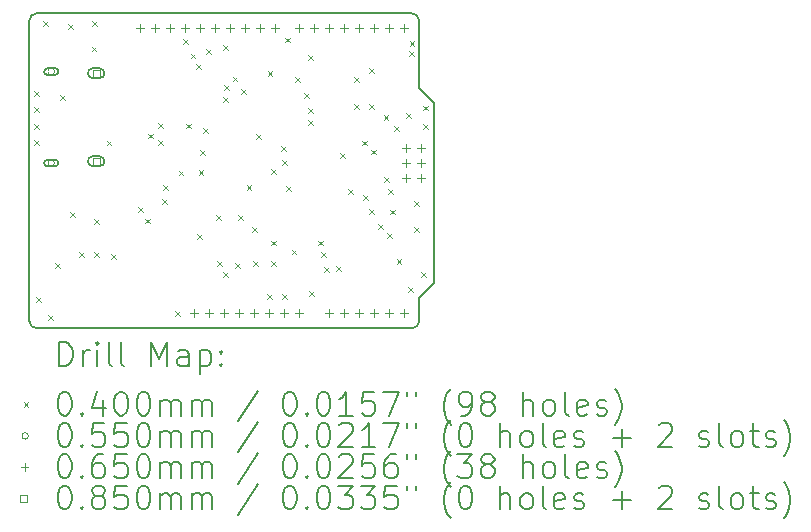
<source format=gbr>
%TF.GenerationSoftware,KiCad,Pcbnew,7.0.7*%
%TF.CreationDate,2023-10-21T10:48:57+02:00*%
%TF.ProjectId,halfduino,68616c66-6475-4696-9e6f-2e6b69636164,rev?*%
%TF.SameCoordinates,Original*%
%TF.FileFunction,Drillmap*%
%TF.FilePolarity,Positive*%
%FSLAX45Y45*%
G04 Gerber Fmt 4.5, Leading zero omitted, Abs format (unit mm)*
G04 Created by KiCad (PCBNEW 7.0.7) date 2023-10-21 10:48:57*
%MOMM*%
%LPD*%
G01*
G04 APERTURE LIST*
%ADD10C,0.150000*%
%ADD11C,0.200000*%
%ADD12C,0.040000*%
%ADD13C,0.055000*%
%ADD14C,0.065000*%
%ADD15C,0.085000*%
G04 APERTURE END LIST*
D10*
X8445500Y-6096000D02*
X11620500Y-6096000D01*
X11684000Y-6731000D02*
X11811000Y-6858000D01*
X11684000Y-6159500D02*
G75*
G03*
X11620500Y-6096000I-63500J0D01*
G01*
X8382000Y-8699500D02*
G75*
G03*
X8445500Y-8763000I63500J0D01*
G01*
X11620500Y-8763000D02*
G75*
G03*
X11684000Y-8699500I0J63500D01*
G01*
X11811000Y-8382000D02*
X11684000Y-8509000D01*
X8445500Y-6096000D02*
G75*
G03*
X8382000Y-6159500I0J-63500D01*
G01*
X11684000Y-6159500D02*
X11684000Y-6731000D01*
X11684000Y-8509000D02*
X11684000Y-8699500D01*
X11811000Y-6858000D02*
X11811000Y-8382000D01*
X11620500Y-8763000D02*
X8445500Y-8763000D01*
X8382000Y-8699500D02*
X8382000Y-6159500D01*
D11*
D12*
X8425500Y-6753300D02*
X8465500Y-6793300D01*
X8465500Y-6753300D02*
X8425500Y-6793300D01*
X8425500Y-6893000D02*
X8465500Y-6933000D01*
X8465500Y-6893000D02*
X8425500Y-6933000D01*
X8425500Y-7032700D02*
X8465500Y-7072700D01*
X8465500Y-7032700D02*
X8425500Y-7072700D01*
X8425500Y-7172400D02*
X8465500Y-7212400D01*
X8465500Y-7172400D02*
X8425500Y-7212400D01*
X8438200Y-8501700D02*
X8478200Y-8541700D01*
X8478200Y-8501700D02*
X8438200Y-8541700D01*
X8497400Y-6163200D02*
X8537400Y-6203200D01*
X8537400Y-6163200D02*
X8497400Y-6203200D01*
X8539800Y-8654100D02*
X8579800Y-8694100D01*
X8579800Y-8654100D02*
X8539800Y-8694100D01*
X8603300Y-8209600D02*
X8643300Y-8249600D01*
X8643300Y-8209600D02*
X8603300Y-8249600D01*
X8641400Y-6788860D02*
X8681400Y-6828860D01*
X8681400Y-6788860D02*
X8641400Y-6828860D01*
X8712520Y-6187250D02*
X8752520Y-6227250D01*
X8752520Y-6187250D02*
X8712520Y-6227250D01*
X8730300Y-7777800D02*
X8770300Y-7817800D01*
X8770300Y-7777800D02*
X8730300Y-7817800D01*
X8806500Y-8120700D02*
X8846500Y-8160700D01*
X8846500Y-8120700D02*
X8806500Y-8160700D01*
X8909900Y-6378200D02*
X8949900Y-6418200D01*
X8949900Y-6378200D02*
X8909900Y-6418200D01*
X8912400Y-6163200D02*
X8952400Y-6203200D01*
X8952400Y-6163200D02*
X8912400Y-6203200D01*
X8933500Y-7841300D02*
X8973500Y-7881300D01*
X8973500Y-7841300D02*
X8933500Y-7881300D01*
X8933500Y-8120700D02*
X8973500Y-8160700D01*
X8973500Y-8120700D02*
X8933500Y-8160700D01*
X9037640Y-7174940D02*
X9077640Y-7214940D01*
X9077640Y-7174940D02*
X9037640Y-7214940D01*
X9073200Y-8133400D02*
X9113200Y-8173400D01*
X9113200Y-8133400D02*
X9073200Y-8173400D01*
X9305550Y-7739700D02*
X9345550Y-7779700D01*
X9345550Y-7739700D02*
X9305550Y-7779700D01*
X9362760Y-7833680D02*
X9402760Y-7873680D01*
X9402760Y-7833680D02*
X9362760Y-7873680D01*
X9390700Y-7115350D02*
X9430700Y-7155350D01*
X9430700Y-7115350D02*
X9390700Y-7155350D01*
X9473200Y-7028500D02*
X9513200Y-7068500D01*
X9513200Y-7028500D02*
X9473200Y-7068500D01*
X9473200Y-7168200D02*
X9513200Y-7208200D01*
X9513200Y-7168200D02*
X9473200Y-7208200D01*
X9508150Y-7667250D02*
X9548150Y-7707250D01*
X9548150Y-7667250D02*
X9508150Y-7707250D01*
X9517700Y-7549200D02*
X9557700Y-7589200D01*
X9557700Y-7549200D02*
X9517700Y-7589200D01*
X9619300Y-8616000D02*
X9659300Y-8656000D01*
X9659300Y-8616000D02*
X9619300Y-8656000D01*
X9647350Y-7427280D02*
X9687350Y-7467280D01*
X9687350Y-7427280D02*
X9647350Y-7467280D01*
X9682800Y-6317300D02*
X9722800Y-6357300D01*
X9722800Y-6317300D02*
X9682800Y-6357300D01*
X9707270Y-7029430D02*
X9747270Y-7069430D01*
X9747270Y-7029430D02*
X9707270Y-7069430D01*
X9747829Y-6437209D02*
X9787829Y-6477209D01*
X9787829Y-6437209D02*
X9747829Y-6477209D01*
X9796960Y-6524250D02*
X9836960Y-6564250D01*
X9836960Y-6524250D02*
X9796960Y-6564250D01*
X9805100Y-7968300D02*
X9845100Y-8008300D01*
X9845100Y-7968300D02*
X9805100Y-8008300D01*
X9816100Y-7422200D02*
X9856100Y-7462200D01*
X9856100Y-7422200D02*
X9816100Y-7462200D01*
X9828638Y-7252619D02*
X9868638Y-7292619D01*
X9868638Y-7252619D02*
X9828638Y-7292619D01*
X9851210Y-7070910D02*
X9891210Y-7110910D01*
X9891210Y-7070910D02*
X9851210Y-7110910D01*
X9879290Y-6401589D02*
X9919290Y-6441589D01*
X9919290Y-6401589D02*
X9879290Y-6441589D01*
X9962200Y-7803200D02*
X10002200Y-7843200D01*
X10002200Y-7803200D02*
X9962200Y-7843200D01*
X9974900Y-8196900D02*
X10014900Y-8236900D01*
X10014900Y-8196900D02*
X9974900Y-8236900D01*
X10021950Y-6803118D02*
X10061950Y-6843118D01*
X10061950Y-6803118D02*
X10021950Y-6843118D01*
X10024240Y-6366370D02*
X10064240Y-6406370D01*
X10064240Y-6366370D02*
X10024240Y-6406370D01*
X10025700Y-8289550D02*
X10065700Y-8329550D01*
X10065700Y-8289550D02*
X10025700Y-8329550D01*
X10032821Y-6703808D02*
X10072821Y-6743808D01*
X10072821Y-6703808D02*
X10032821Y-6743808D01*
X10103497Y-6633133D02*
X10143497Y-6673133D01*
X10143497Y-6633133D02*
X10103497Y-6673133D01*
X10127250Y-8209600D02*
X10167250Y-8249600D01*
X10167250Y-8209600D02*
X10127250Y-8249600D01*
X10148950Y-7803200D02*
X10188950Y-7843200D01*
X10188950Y-7803200D02*
X10148950Y-7843200D01*
X10177771Y-6736400D02*
X10217771Y-6776400D01*
X10217771Y-6736400D02*
X10177771Y-6776400D01*
X10222550Y-7549200D02*
X10262550Y-7589200D01*
X10262550Y-7549200D02*
X10222550Y-7589200D01*
X10271550Y-7904800D02*
X10311550Y-7944800D01*
X10311550Y-7904800D02*
X10271550Y-7944800D01*
X10279700Y-8196900D02*
X10319700Y-8236900D01*
X10319700Y-8196900D02*
X10279700Y-8236900D01*
X10305100Y-7117400D02*
X10345100Y-7157400D01*
X10345100Y-7117400D02*
X10305100Y-7157400D01*
X10394000Y-8476300D02*
X10434000Y-8516300D01*
X10434000Y-8476300D02*
X10394000Y-8516300D01*
X10400780Y-6584000D02*
X10440780Y-6624000D01*
X10440780Y-6584000D02*
X10400780Y-6624000D01*
X10432100Y-7413250D02*
X10472100Y-7453250D01*
X10472100Y-7413250D02*
X10432100Y-7453250D01*
X10432100Y-8021750D02*
X10472100Y-8061750D01*
X10472100Y-8021750D02*
X10432100Y-8061750D01*
X10432100Y-8196900D02*
X10472100Y-8236900D01*
X10472100Y-8196900D02*
X10432100Y-8236900D01*
X10516347Y-7222793D02*
X10556347Y-7262793D01*
X10556347Y-7222793D02*
X10516347Y-7262793D01*
X10520570Y-7340800D02*
X10560570Y-7380800D01*
X10560570Y-7340800D02*
X10520570Y-7380800D01*
X10521000Y-8476300D02*
X10561000Y-8516300D01*
X10561000Y-8476300D02*
X10521000Y-8516300D01*
X10546400Y-6301450D02*
X10586400Y-6341450D01*
X10586400Y-6301450D02*
X10546400Y-6341450D01*
X10559100Y-7561900D02*
X10599100Y-7601900D01*
X10599100Y-7561900D02*
X10559100Y-7601900D01*
X10602280Y-8097840D02*
X10642280Y-8137840D01*
X10642280Y-8097840D02*
X10602280Y-8137840D01*
X10635300Y-6634800D02*
X10675300Y-6674800D01*
X10675300Y-6634800D02*
X10635300Y-6674800D01*
X10708850Y-6774500D02*
X10748850Y-6814500D01*
X10748850Y-6774500D02*
X10708850Y-6814500D01*
X10741550Y-6447450D02*
X10781550Y-6487450D01*
X10781550Y-6447450D02*
X10741550Y-6487450D01*
X10741550Y-6901500D02*
X10781550Y-6941500D01*
X10781550Y-6901500D02*
X10741550Y-6941500D01*
X10741550Y-7003100D02*
X10781550Y-7043100D01*
X10781550Y-7003100D02*
X10741550Y-7043100D01*
X10749600Y-8450900D02*
X10789600Y-8490900D01*
X10789600Y-8450900D02*
X10749600Y-8490900D01*
X10826361Y-8021079D02*
X10866361Y-8061079D01*
X10866361Y-8021079D02*
X10826361Y-8061079D01*
X10853824Y-8117182D02*
X10893824Y-8157182D01*
X10893824Y-8117182D02*
X10853824Y-8157182D01*
X10876600Y-8247700D02*
X10916600Y-8287700D01*
X10916600Y-8247700D02*
X10876600Y-8287700D01*
X10978200Y-8235000D02*
X11018200Y-8275000D01*
X11018200Y-8235000D02*
X10978200Y-8275000D01*
X11016300Y-7282500D02*
X11056300Y-7322500D01*
X11056300Y-7282500D02*
X11016300Y-7322500D01*
X11079800Y-7587300D02*
X11119800Y-7627300D01*
X11119800Y-7587300D02*
X11079800Y-7627300D01*
X11130600Y-6634800D02*
X11170600Y-6674800D01*
X11170600Y-6634800D02*
X11130600Y-6674800D01*
X11130600Y-6863400D02*
X11170600Y-6903400D01*
X11170600Y-6863400D02*
X11130600Y-6903400D01*
X11200950Y-7174050D02*
X11240950Y-7214050D01*
X11240950Y-7174050D02*
X11200950Y-7214050D01*
X11206800Y-7638100D02*
X11246800Y-7678100D01*
X11246800Y-7638100D02*
X11206800Y-7678100D01*
X11257600Y-6558600D02*
X11297600Y-6598600D01*
X11297600Y-6558600D02*
X11257600Y-6598600D01*
X11257600Y-6863400D02*
X11297600Y-6903400D01*
X11297600Y-6863400D02*
X11257600Y-6903400D01*
X11257600Y-7752400D02*
X11297600Y-7792400D01*
X11297600Y-7752400D02*
X11257600Y-7792400D01*
X11277150Y-7250250D02*
X11317150Y-7290250D01*
X11317150Y-7250250D02*
X11277150Y-7290250D01*
X11333800Y-7879400D02*
X11373800Y-7919400D01*
X11373800Y-7879400D02*
X11333800Y-7919400D01*
X11382050Y-6957964D02*
X11422050Y-6997964D01*
X11422050Y-6957964D02*
X11382050Y-6997964D01*
X11384600Y-7485700D02*
X11424600Y-7525700D01*
X11424600Y-7485700D02*
X11384600Y-7525700D01*
X11410000Y-7955600D02*
X11450000Y-7995600D01*
X11450000Y-7955600D02*
X11410000Y-7995600D01*
X11422700Y-7587300D02*
X11462700Y-7627300D01*
X11462700Y-7587300D02*
X11422700Y-7627300D01*
X11437458Y-7757895D02*
X11477458Y-7797895D01*
X11477458Y-7757895D02*
X11437458Y-7797895D01*
X11473500Y-7053900D02*
X11513500Y-7093900D01*
X11513500Y-7053900D02*
X11473500Y-7093900D01*
X11492980Y-8178280D02*
X11532980Y-8218280D01*
X11532980Y-8178280D02*
X11492980Y-8218280D01*
X11575100Y-6939600D02*
X11615100Y-6979600D01*
X11615100Y-6939600D02*
X11575100Y-6979600D01*
X11587800Y-8412800D02*
X11627800Y-8452800D01*
X11627800Y-8412800D02*
X11587800Y-8452800D01*
X11600500Y-6418900D02*
X11640500Y-6458900D01*
X11640500Y-6418900D02*
X11600500Y-6458900D01*
X11603040Y-6330000D02*
X11643040Y-6370000D01*
X11643040Y-6330000D02*
X11603040Y-6370000D01*
X11638600Y-7685445D02*
X11678600Y-7725445D01*
X11678600Y-7685445D02*
X11638600Y-7725445D01*
X11638600Y-7904800D02*
X11678600Y-7944800D01*
X11678600Y-7904800D02*
X11638600Y-7944800D01*
X11702100Y-8285800D02*
X11742100Y-8325800D01*
X11742100Y-8285800D02*
X11702100Y-8325800D01*
X11714800Y-6878640D02*
X11754800Y-6918640D01*
X11754800Y-6878640D02*
X11714800Y-6918640D01*
X11714800Y-7036120D02*
X11754800Y-7076120D01*
X11754800Y-7036120D02*
X11714800Y-7076120D01*
D13*
X8595500Y-6589000D02*
G75*
G03*
X8595500Y-6589000I-27500J0D01*
G01*
D11*
X8600500Y-6561500D02*
X8535500Y-6561500D01*
X8535500Y-6561500D02*
G75*
G03*
X8535500Y-6616500I0J-27500D01*
G01*
X8535500Y-6616500D02*
X8600500Y-6616500D01*
X8600500Y-6616500D02*
G75*
G03*
X8600500Y-6561500I0J27500D01*
G01*
D13*
X8595500Y-7364000D02*
G75*
G03*
X8595500Y-7364000I-27500J0D01*
G01*
D11*
X8600500Y-7336500D02*
X8535500Y-7336500D01*
X8535500Y-7336500D02*
G75*
G03*
X8535500Y-7391500I0J-27500D01*
G01*
X8535500Y-7391500D02*
X8600500Y-7391500D01*
X8600500Y-7391500D02*
G75*
G03*
X8600500Y-7336500I0J27500D01*
G01*
D14*
X9321800Y-6190500D02*
X9321800Y-6255500D01*
X9289300Y-6223000D02*
X9354300Y-6223000D01*
X9448800Y-6190500D02*
X9448800Y-6255500D01*
X9416300Y-6223000D02*
X9481300Y-6223000D01*
X9575800Y-6190500D02*
X9575800Y-6255500D01*
X9543300Y-6223000D02*
X9608300Y-6223000D01*
X9702800Y-6190500D02*
X9702800Y-6255500D01*
X9670300Y-6223000D02*
X9735300Y-6223000D01*
X9779000Y-8603500D02*
X9779000Y-8668500D01*
X9746500Y-8636000D02*
X9811500Y-8636000D01*
X9829800Y-6190500D02*
X9829800Y-6255500D01*
X9797300Y-6223000D02*
X9862300Y-6223000D01*
X9906000Y-8603500D02*
X9906000Y-8668500D01*
X9873500Y-8636000D02*
X9938500Y-8636000D01*
X9956800Y-6190500D02*
X9956800Y-6255500D01*
X9924300Y-6223000D02*
X9989300Y-6223000D01*
X10033000Y-8603500D02*
X10033000Y-8668500D01*
X10000500Y-8636000D02*
X10065500Y-8636000D01*
X10083800Y-6190500D02*
X10083800Y-6255500D01*
X10051300Y-6223000D02*
X10116300Y-6223000D01*
X10160000Y-8603500D02*
X10160000Y-8668500D01*
X10127500Y-8636000D02*
X10192500Y-8636000D01*
X10210800Y-6190500D02*
X10210800Y-6255500D01*
X10178300Y-6223000D02*
X10243300Y-6223000D01*
X10287000Y-8603500D02*
X10287000Y-8668500D01*
X10254500Y-8636000D02*
X10319500Y-8636000D01*
X10337800Y-6190500D02*
X10337800Y-6255500D01*
X10305300Y-6223000D02*
X10370300Y-6223000D01*
X10414000Y-8603500D02*
X10414000Y-8668500D01*
X10381500Y-8636000D02*
X10446500Y-8636000D01*
X10464800Y-6190500D02*
X10464800Y-6255500D01*
X10432300Y-6223000D02*
X10497300Y-6223000D01*
X10541000Y-8603500D02*
X10541000Y-8668500D01*
X10508500Y-8636000D02*
X10573500Y-8636000D01*
X10668000Y-6190500D02*
X10668000Y-6255500D01*
X10635500Y-6223000D02*
X10700500Y-6223000D01*
X10668000Y-8603500D02*
X10668000Y-8668500D01*
X10635500Y-8636000D02*
X10700500Y-8636000D01*
X10795000Y-6190500D02*
X10795000Y-6255500D01*
X10762500Y-6223000D02*
X10827500Y-6223000D01*
X10922000Y-6190500D02*
X10922000Y-6255500D01*
X10889500Y-6223000D02*
X10954500Y-6223000D01*
X10922000Y-8603500D02*
X10922000Y-8668500D01*
X10889500Y-8636000D02*
X10954500Y-8636000D01*
X11049000Y-6190500D02*
X11049000Y-6255500D01*
X11016500Y-6223000D02*
X11081500Y-6223000D01*
X11049000Y-8603500D02*
X11049000Y-8668500D01*
X11016500Y-8636000D02*
X11081500Y-8636000D01*
X11176000Y-6190500D02*
X11176000Y-6255500D01*
X11143500Y-6223000D02*
X11208500Y-6223000D01*
X11176000Y-8603500D02*
X11176000Y-8668500D01*
X11143500Y-8636000D02*
X11208500Y-8636000D01*
X11303000Y-6190500D02*
X11303000Y-6255500D01*
X11270500Y-6223000D02*
X11335500Y-6223000D01*
X11303000Y-8603500D02*
X11303000Y-8668500D01*
X11270500Y-8636000D02*
X11335500Y-8636000D01*
X11430000Y-6190500D02*
X11430000Y-6255500D01*
X11397500Y-6223000D02*
X11462500Y-6223000D01*
X11430000Y-8603500D02*
X11430000Y-8668500D01*
X11397500Y-8636000D02*
X11462500Y-8636000D01*
X11557000Y-6190500D02*
X11557000Y-6255500D01*
X11524500Y-6223000D02*
X11589500Y-6223000D01*
X11557000Y-8603500D02*
X11557000Y-8668500D01*
X11524500Y-8636000D02*
X11589500Y-8636000D01*
X11569700Y-7206500D02*
X11569700Y-7271500D01*
X11537200Y-7239000D02*
X11602200Y-7239000D01*
X11569700Y-7333500D02*
X11569700Y-7398500D01*
X11537200Y-7366000D02*
X11602200Y-7366000D01*
X11569700Y-7460500D02*
X11569700Y-7525500D01*
X11537200Y-7493000D02*
X11602200Y-7493000D01*
X11696700Y-7206500D02*
X11696700Y-7271500D01*
X11664200Y-7239000D02*
X11729200Y-7239000D01*
X11696700Y-7333500D02*
X11696700Y-7398500D01*
X11664200Y-7366000D02*
X11729200Y-7366000D01*
X11696700Y-7460500D02*
X11696700Y-7525500D01*
X11664200Y-7493000D02*
X11729200Y-7493000D01*
D15*
X8978052Y-6634052D02*
X8978052Y-6573948D01*
X8917948Y-6573948D01*
X8917948Y-6634052D01*
X8978052Y-6634052D01*
D11*
X8975500Y-6561500D02*
X8920500Y-6561500D01*
X8920500Y-6561500D02*
G75*
G03*
X8920500Y-6646500I0J-42500D01*
G01*
X8920500Y-6646500D02*
X8975500Y-6646500D01*
X8975500Y-6646500D02*
G75*
G03*
X8975500Y-6561500I0J42500D01*
G01*
D15*
X8978052Y-7379052D02*
X8978052Y-7318948D01*
X8917948Y-7318948D01*
X8917948Y-7379052D01*
X8978052Y-7379052D01*
D11*
X8975500Y-7306500D02*
X8920500Y-7306500D01*
X8920500Y-7306500D02*
G75*
G03*
X8920500Y-7391500I0J-42500D01*
G01*
X8920500Y-7391500D02*
X8975500Y-7391500D01*
X8975500Y-7391500D02*
G75*
G03*
X8975500Y-7306500I0J42500D01*
G01*
X8635277Y-9081984D02*
X8635277Y-8881984D01*
X8635277Y-8881984D02*
X8682896Y-8881984D01*
X8682896Y-8881984D02*
X8711467Y-8891508D01*
X8711467Y-8891508D02*
X8730515Y-8910555D01*
X8730515Y-8910555D02*
X8740039Y-8929603D01*
X8740039Y-8929603D02*
X8749563Y-8967698D01*
X8749563Y-8967698D02*
X8749563Y-8996270D01*
X8749563Y-8996270D02*
X8740039Y-9034365D01*
X8740039Y-9034365D02*
X8730515Y-9053412D01*
X8730515Y-9053412D02*
X8711467Y-9072460D01*
X8711467Y-9072460D02*
X8682896Y-9081984D01*
X8682896Y-9081984D02*
X8635277Y-9081984D01*
X8835277Y-9081984D02*
X8835277Y-8948650D01*
X8835277Y-8986746D02*
X8844801Y-8967698D01*
X8844801Y-8967698D02*
X8854324Y-8958174D01*
X8854324Y-8958174D02*
X8873372Y-8948650D01*
X8873372Y-8948650D02*
X8892420Y-8948650D01*
X8959086Y-9081984D02*
X8959086Y-8948650D01*
X8959086Y-8881984D02*
X8949563Y-8891508D01*
X8949563Y-8891508D02*
X8959086Y-8901031D01*
X8959086Y-8901031D02*
X8968610Y-8891508D01*
X8968610Y-8891508D02*
X8959086Y-8881984D01*
X8959086Y-8881984D02*
X8959086Y-8901031D01*
X9082896Y-9081984D02*
X9063848Y-9072460D01*
X9063848Y-9072460D02*
X9054324Y-9053412D01*
X9054324Y-9053412D02*
X9054324Y-8881984D01*
X9187658Y-9081984D02*
X9168610Y-9072460D01*
X9168610Y-9072460D02*
X9159086Y-9053412D01*
X9159086Y-9053412D02*
X9159086Y-8881984D01*
X9416229Y-9081984D02*
X9416229Y-8881984D01*
X9416229Y-8881984D02*
X9482896Y-9024841D01*
X9482896Y-9024841D02*
X9549563Y-8881984D01*
X9549563Y-8881984D02*
X9549563Y-9081984D01*
X9730515Y-9081984D02*
X9730515Y-8977222D01*
X9730515Y-8977222D02*
X9720991Y-8958174D01*
X9720991Y-8958174D02*
X9701944Y-8948650D01*
X9701944Y-8948650D02*
X9663848Y-8948650D01*
X9663848Y-8948650D02*
X9644801Y-8958174D01*
X9730515Y-9072460D02*
X9711467Y-9081984D01*
X9711467Y-9081984D02*
X9663848Y-9081984D01*
X9663848Y-9081984D02*
X9644801Y-9072460D01*
X9644801Y-9072460D02*
X9635277Y-9053412D01*
X9635277Y-9053412D02*
X9635277Y-9034365D01*
X9635277Y-9034365D02*
X9644801Y-9015317D01*
X9644801Y-9015317D02*
X9663848Y-9005793D01*
X9663848Y-9005793D02*
X9711467Y-9005793D01*
X9711467Y-9005793D02*
X9730515Y-8996270D01*
X9825753Y-8948650D02*
X9825753Y-9148650D01*
X9825753Y-8958174D02*
X9844801Y-8948650D01*
X9844801Y-8948650D02*
X9882896Y-8948650D01*
X9882896Y-8948650D02*
X9901944Y-8958174D01*
X9901944Y-8958174D02*
X9911467Y-8967698D01*
X9911467Y-8967698D02*
X9920991Y-8986746D01*
X9920991Y-8986746D02*
X9920991Y-9043889D01*
X9920991Y-9043889D02*
X9911467Y-9062936D01*
X9911467Y-9062936D02*
X9901944Y-9072460D01*
X9901944Y-9072460D02*
X9882896Y-9081984D01*
X9882896Y-9081984D02*
X9844801Y-9081984D01*
X9844801Y-9081984D02*
X9825753Y-9072460D01*
X10006705Y-9062936D02*
X10016229Y-9072460D01*
X10016229Y-9072460D02*
X10006705Y-9081984D01*
X10006705Y-9081984D02*
X9997182Y-9072460D01*
X9997182Y-9072460D02*
X10006705Y-9062936D01*
X10006705Y-9062936D02*
X10006705Y-9081984D01*
X10006705Y-8958174D02*
X10016229Y-8967698D01*
X10016229Y-8967698D02*
X10006705Y-8977222D01*
X10006705Y-8977222D02*
X9997182Y-8967698D01*
X9997182Y-8967698D02*
X10006705Y-8958174D01*
X10006705Y-8958174D02*
X10006705Y-8977222D01*
D12*
X8334500Y-9390500D02*
X8374500Y-9430500D01*
X8374500Y-9390500D02*
X8334500Y-9430500D01*
D11*
X8673372Y-9301984D02*
X8692420Y-9301984D01*
X8692420Y-9301984D02*
X8711467Y-9311508D01*
X8711467Y-9311508D02*
X8720991Y-9321031D01*
X8720991Y-9321031D02*
X8730515Y-9340079D01*
X8730515Y-9340079D02*
X8740039Y-9378174D01*
X8740039Y-9378174D02*
X8740039Y-9425793D01*
X8740039Y-9425793D02*
X8730515Y-9463889D01*
X8730515Y-9463889D02*
X8720991Y-9482936D01*
X8720991Y-9482936D02*
X8711467Y-9492460D01*
X8711467Y-9492460D02*
X8692420Y-9501984D01*
X8692420Y-9501984D02*
X8673372Y-9501984D01*
X8673372Y-9501984D02*
X8654324Y-9492460D01*
X8654324Y-9492460D02*
X8644801Y-9482936D01*
X8644801Y-9482936D02*
X8635277Y-9463889D01*
X8635277Y-9463889D02*
X8625753Y-9425793D01*
X8625753Y-9425793D02*
X8625753Y-9378174D01*
X8625753Y-9378174D02*
X8635277Y-9340079D01*
X8635277Y-9340079D02*
X8644801Y-9321031D01*
X8644801Y-9321031D02*
X8654324Y-9311508D01*
X8654324Y-9311508D02*
X8673372Y-9301984D01*
X8825753Y-9482936D02*
X8835277Y-9492460D01*
X8835277Y-9492460D02*
X8825753Y-9501984D01*
X8825753Y-9501984D02*
X8816229Y-9492460D01*
X8816229Y-9492460D02*
X8825753Y-9482936D01*
X8825753Y-9482936D02*
X8825753Y-9501984D01*
X9006705Y-9368650D02*
X9006705Y-9501984D01*
X8959086Y-9292460D02*
X8911467Y-9435317D01*
X8911467Y-9435317D02*
X9035277Y-9435317D01*
X9149563Y-9301984D02*
X9168610Y-9301984D01*
X9168610Y-9301984D02*
X9187658Y-9311508D01*
X9187658Y-9311508D02*
X9197182Y-9321031D01*
X9197182Y-9321031D02*
X9206705Y-9340079D01*
X9206705Y-9340079D02*
X9216229Y-9378174D01*
X9216229Y-9378174D02*
X9216229Y-9425793D01*
X9216229Y-9425793D02*
X9206705Y-9463889D01*
X9206705Y-9463889D02*
X9197182Y-9482936D01*
X9197182Y-9482936D02*
X9187658Y-9492460D01*
X9187658Y-9492460D02*
X9168610Y-9501984D01*
X9168610Y-9501984D02*
X9149563Y-9501984D01*
X9149563Y-9501984D02*
X9130515Y-9492460D01*
X9130515Y-9492460D02*
X9120991Y-9482936D01*
X9120991Y-9482936D02*
X9111467Y-9463889D01*
X9111467Y-9463889D02*
X9101944Y-9425793D01*
X9101944Y-9425793D02*
X9101944Y-9378174D01*
X9101944Y-9378174D02*
X9111467Y-9340079D01*
X9111467Y-9340079D02*
X9120991Y-9321031D01*
X9120991Y-9321031D02*
X9130515Y-9311508D01*
X9130515Y-9311508D02*
X9149563Y-9301984D01*
X9340039Y-9301984D02*
X9359086Y-9301984D01*
X9359086Y-9301984D02*
X9378134Y-9311508D01*
X9378134Y-9311508D02*
X9387658Y-9321031D01*
X9387658Y-9321031D02*
X9397182Y-9340079D01*
X9397182Y-9340079D02*
X9406705Y-9378174D01*
X9406705Y-9378174D02*
X9406705Y-9425793D01*
X9406705Y-9425793D02*
X9397182Y-9463889D01*
X9397182Y-9463889D02*
X9387658Y-9482936D01*
X9387658Y-9482936D02*
X9378134Y-9492460D01*
X9378134Y-9492460D02*
X9359086Y-9501984D01*
X9359086Y-9501984D02*
X9340039Y-9501984D01*
X9340039Y-9501984D02*
X9320991Y-9492460D01*
X9320991Y-9492460D02*
X9311467Y-9482936D01*
X9311467Y-9482936D02*
X9301944Y-9463889D01*
X9301944Y-9463889D02*
X9292420Y-9425793D01*
X9292420Y-9425793D02*
X9292420Y-9378174D01*
X9292420Y-9378174D02*
X9301944Y-9340079D01*
X9301944Y-9340079D02*
X9311467Y-9321031D01*
X9311467Y-9321031D02*
X9320991Y-9311508D01*
X9320991Y-9311508D02*
X9340039Y-9301984D01*
X9492420Y-9501984D02*
X9492420Y-9368650D01*
X9492420Y-9387698D02*
X9501944Y-9378174D01*
X9501944Y-9378174D02*
X9520991Y-9368650D01*
X9520991Y-9368650D02*
X9549563Y-9368650D01*
X9549563Y-9368650D02*
X9568610Y-9378174D01*
X9568610Y-9378174D02*
X9578134Y-9397222D01*
X9578134Y-9397222D02*
X9578134Y-9501984D01*
X9578134Y-9397222D02*
X9587658Y-9378174D01*
X9587658Y-9378174D02*
X9606705Y-9368650D01*
X9606705Y-9368650D02*
X9635277Y-9368650D01*
X9635277Y-9368650D02*
X9654325Y-9378174D01*
X9654325Y-9378174D02*
X9663848Y-9397222D01*
X9663848Y-9397222D02*
X9663848Y-9501984D01*
X9759086Y-9501984D02*
X9759086Y-9368650D01*
X9759086Y-9387698D02*
X9768610Y-9378174D01*
X9768610Y-9378174D02*
X9787658Y-9368650D01*
X9787658Y-9368650D02*
X9816229Y-9368650D01*
X9816229Y-9368650D02*
X9835277Y-9378174D01*
X9835277Y-9378174D02*
X9844801Y-9397222D01*
X9844801Y-9397222D02*
X9844801Y-9501984D01*
X9844801Y-9397222D02*
X9854325Y-9378174D01*
X9854325Y-9378174D02*
X9873372Y-9368650D01*
X9873372Y-9368650D02*
X9901944Y-9368650D01*
X9901944Y-9368650D02*
X9920991Y-9378174D01*
X9920991Y-9378174D02*
X9930515Y-9397222D01*
X9930515Y-9397222D02*
X9930515Y-9501984D01*
X10320991Y-9292460D02*
X10149563Y-9549603D01*
X10578134Y-9301984D02*
X10597182Y-9301984D01*
X10597182Y-9301984D02*
X10616229Y-9311508D01*
X10616229Y-9311508D02*
X10625753Y-9321031D01*
X10625753Y-9321031D02*
X10635277Y-9340079D01*
X10635277Y-9340079D02*
X10644801Y-9378174D01*
X10644801Y-9378174D02*
X10644801Y-9425793D01*
X10644801Y-9425793D02*
X10635277Y-9463889D01*
X10635277Y-9463889D02*
X10625753Y-9482936D01*
X10625753Y-9482936D02*
X10616229Y-9492460D01*
X10616229Y-9492460D02*
X10597182Y-9501984D01*
X10597182Y-9501984D02*
X10578134Y-9501984D01*
X10578134Y-9501984D02*
X10559087Y-9492460D01*
X10559087Y-9492460D02*
X10549563Y-9482936D01*
X10549563Y-9482936D02*
X10540039Y-9463889D01*
X10540039Y-9463889D02*
X10530515Y-9425793D01*
X10530515Y-9425793D02*
X10530515Y-9378174D01*
X10530515Y-9378174D02*
X10540039Y-9340079D01*
X10540039Y-9340079D02*
X10549563Y-9321031D01*
X10549563Y-9321031D02*
X10559087Y-9311508D01*
X10559087Y-9311508D02*
X10578134Y-9301984D01*
X10730515Y-9482936D02*
X10740039Y-9492460D01*
X10740039Y-9492460D02*
X10730515Y-9501984D01*
X10730515Y-9501984D02*
X10720991Y-9492460D01*
X10720991Y-9492460D02*
X10730515Y-9482936D01*
X10730515Y-9482936D02*
X10730515Y-9501984D01*
X10863848Y-9301984D02*
X10882896Y-9301984D01*
X10882896Y-9301984D02*
X10901944Y-9311508D01*
X10901944Y-9311508D02*
X10911468Y-9321031D01*
X10911468Y-9321031D02*
X10920991Y-9340079D01*
X10920991Y-9340079D02*
X10930515Y-9378174D01*
X10930515Y-9378174D02*
X10930515Y-9425793D01*
X10930515Y-9425793D02*
X10920991Y-9463889D01*
X10920991Y-9463889D02*
X10911468Y-9482936D01*
X10911468Y-9482936D02*
X10901944Y-9492460D01*
X10901944Y-9492460D02*
X10882896Y-9501984D01*
X10882896Y-9501984D02*
X10863848Y-9501984D01*
X10863848Y-9501984D02*
X10844801Y-9492460D01*
X10844801Y-9492460D02*
X10835277Y-9482936D01*
X10835277Y-9482936D02*
X10825753Y-9463889D01*
X10825753Y-9463889D02*
X10816229Y-9425793D01*
X10816229Y-9425793D02*
X10816229Y-9378174D01*
X10816229Y-9378174D02*
X10825753Y-9340079D01*
X10825753Y-9340079D02*
X10835277Y-9321031D01*
X10835277Y-9321031D02*
X10844801Y-9311508D01*
X10844801Y-9311508D02*
X10863848Y-9301984D01*
X11120991Y-9501984D02*
X11006706Y-9501984D01*
X11063848Y-9501984D02*
X11063848Y-9301984D01*
X11063848Y-9301984D02*
X11044801Y-9330555D01*
X11044801Y-9330555D02*
X11025753Y-9349603D01*
X11025753Y-9349603D02*
X11006706Y-9359127D01*
X11301944Y-9301984D02*
X11206706Y-9301984D01*
X11206706Y-9301984D02*
X11197182Y-9397222D01*
X11197182Y-9397222D02*
X11206706Y-9387698D01*
X11206706Y-9387698D02*
X11225753Y-9378174D01*
X11225753Y-9378174D02*
X11273372Y-9378174D01*
X11273372Y-9378174D02*
X11292420Y-9387698D01*
X11292420Y-9387698D02*
X11301944Y-9397222D01*
X11301944Y-9397222D02*
X11311467Y-9416270D01*
X11311467Y-9416270D02*
X11311467Y-9463889D01*
X11311467Y-9463889D02*
X11301944Y-9482936D01*
X11301944Y-9482936D02*
X11292420Y-9492460D01*
X11292420Y-9492460D02*
X11273372Y-9501984D01*
X11273372Y-9501984D02*
X11225753Y-9501984D01*
X11225753Y-9501984D02*
X11206706Y-9492460D01*
X11206706Y-9492460D02*
X11197182Y-9482936D01*
X11378134Y-9301984D02*
X11511467Y-9301984D01*
X11511467Y-9301984D02*
X11425753Y-9501984D01*
X11578134Y-9301984D02*
X11578134Y-9340079D01*
X11654325Y-9301984D02*
X11654325Y-9340079D01*
X11949563Y-9578174D02*
X11940039Y-9568650D01*
X11940039Y-9568650D02*
X11920991Y-9540079D01*
X11920991Y-9540079D02*
X11911468Y-9521031D01*
X11911468Y-9521031D02*
X11901944Y-9492460D01*
X11901944Y-9492460D02*
X11892420Y-9444841D01*
X11892420Y-9444841D02*
X11892420Y-9406746D01*
X11892420Y-9406746D02*
X11901944Y-9359127D01*
X11901944Y-9359127D02*
X11911468Y-9330555D01*
X11911468Y-9330555D02*
X11920991Y-9311508D01*
X11920991Y-9311508D02*
X11940039Y-9282936D01*
X11940039Y-9282936D02*
X11949563Y-9273412D01*
X12035277Y-9501984D02*
X12073372Y-9501984D01*
X12073372Y-9501984D02*
X12092420Y-9492460D01*
X12092420Y-9492460D02*
X12101944Y-9482936D01*
X12101944Y-9482936D02*
X12120991Y-9454365D01*
X12120991Y-9454365D02*
X12130515Y-9416270D01*
X12130515Y-9416270D02*
X12130515Y-9340079D01*
X12130515Y-9340079D02*
X12120991Y-9321031D01*
X12120991Y-9321031D02*
X12111468Y-9311508D01*
X12111468Y-9311508D02*
X12092420Y-9301984D01*
X12092420Y-9301984D02*
X12054325Y-9301984D01*
X12054325Y-9301984D02*
X12035277Y-9311508D01*
X12035277Y-9311508D02*
X12025753Y-9321031D01*
X12025753Y-9321031D02*
X12016229Y-9340079D01*
X12016229Y-9340079D02*
X12016229Y-9387698D01*
X12016229Y-9387698D02*
X12025753Y-9406746D01*
X12025753Y-9406746D02*
X12035277Y-9416270D01*
X12035277Y-9416270D02*
X12054325Y-9425793D01*
X12054325Y-9425793D02*
X12092420Y-9425793D01*
X12092420Y-9425793D02*
X12111468Y-9416270D01*
X12111468Y-9416270D02*
X12120991Y-9406746D01*
X12120991Y-9406746D02*
X12130515Y-9387698D01*
X12244801Y-9387698D02*
X12225753Y-9378174D01*
X12225753Y-9378174D02*
X12216229Y-9368650D01*
X12216229Y-9368650D02*
X12206706Y-9349603D01*
X12206706Y-9349603D02*
X12206706Y-9340079D01*
X12206706Y-9340079D02*
X12216229Y-9321031D01*
X12216229Y-9321031D02*
X12225753Y-9311508D01*
X12225753Y-9311508D02*
X12244801Y-9301984D01*
X12244801Y-9301984D02*
X12282896Y-9301984D01*
X12282896Y-9301984D02*
X12301944Y-9311508D01*
X12301944Y-9311508D02*
X12311468Y-9321031D01*
X12311468Y-9321031D02*
X12320991Y-9340079D01*
X12320991Y-9340079D02*
X12320991Y-9349603D01*
X12320991Y-9349603D02*
X12311468Y-9368650D01*
X12311468Y-9368650D02*
X12301944Y-9378174D01*
X12301944Y-9378174D02*
X12282896Y-9387698D01*
X12282896Y-9387698D02*
X12244801Y-9387698D01*
X12244801Y-9387698D02*
X12225753Y-9397222D01*
X12225753Y-9397222D02*
X12216229Y-9406746D01*
X12216229Y-9406746D02*
X12206706Y-9425793D01*
X12206706Y-9425793D02*
X12206706Y-9463889D01*
X12206706Y-9463889D02*
X12216229Y-9482936D01*
X12216229Y-9482936D02*
X12225753Y-9492460D01*
X12225753Y-9492460D02*
X12244801Y-9501984D01*
X12244801Y-9501984D02*
X12282896Y-9501984D01*
X12282896Y-9501984D02*
X12301944Y-9492460D01*
X12301944Y-9492460D02*
X12311468Y-9482936D01*
X12311468Y-9482936D02*
X12320991Y-9463889D01*
X12320991Y-9463889D02*
X12320991Y-9425793D01*
X12320991Y-9425793D02*
X12311468Y-9406746D01*
X12311468Y-9406746D02*
X12301944Y-9397222D01*
X12301944Y-9397222D02*
X12282896Y-9387698D01*
X12559087Y-9501984D02*
X12559087Y-9301984D01*
X12644801Y-9501984D02*
X12644801Y-9397222D01*
X12644801Y-9397222D02*
X12635277Y-9378174D01*
X12635277Y-9378174D02*
X12616230Y-9368650D01*
X12616230Y-9368650D02*
X12587658Y-9368650D01*
X12587658Y-9368650D02*
X12568610Y-9378174D01*
X12568610Y-9378174D02*
X12559087Y-9387698D01*
X12768610Y-9501984D02*
X12749563Y-9492460D01*
X12749563Y-9492460D02*
X12740039Y-9482936D01*
X12740039Y-9482936D02*
X12730515Y-9463889D01*
X12730515Y-9463889D02*
X12730515Y-9406746D01*
X12730515Y-9406746D02*
X12740039Y-9387698D01*
X12740039Y-9387698D02*
X12749563Y-9378174D01*
X12749563Y-9378174D02*
X12768610Y-9368650D01*
X12768610Y-9368650D02*
X12797182Y-9368650D01*
X12797182Y-9368650D02*
X12816230Y-9378174D01*
X12816230Y-9378174D02*
X12825753Y-9387698D01*
X12825753Y-9387698D02*
X12835277Y-9406746D01*
X12835277Y-9406746D02*
X12835277Y-9463889D01*
X12835277Y-9463889D02*
X12825753Y-9482936D01*
X12825753Y-9482936D02*
X12816230Y-9492460D01*
X12816230Y-9492460D02*
X12797182Y-9501984D01*
X12797182Y-9501984D02*
X12768610Y-9501984D01*
X12949563Y-9501984D02*
X12930515Y-9492460D01*
X12930515Y-9492460D02*
X12920991Y-9473412D01*
X12920991Y-9473412D02*
X12920991Y-9301984D01*
X13101944Y-9492460D02*
X13082896Y-9501984D01*
X13082896Y-9501984D02*
X13044801Y-9501984D01*
X13044801Y-9501984D02*
X13025753Y-9492460D01*
X13025753Y-9492460D02*
X13016230Y-9473412D01*
X13016230Y-9473412D02*
X13016230Y-9397222D01*
X13016230Y-9397222D02*
X13025753Y-9378174D01*
X13025753Y-9378174D02*
X13044801Y-9368650D01*
X13044801Y-9368650D02*
X13082896Y-9368650D01*
X13082896Y-9368650D02*
X13101944Y-9378174D01*
X13101944Y-9378174D02*
X13111468Y-9397222D01*
X13111468Y-9397222D02*
X13111468Y-9416270D01*
X13111468Y-9416270D02*
X13016230Y-9435317D01*
X13187658Y-9492460D02*
X13206706Y-9501984D01*
X13206706Y-9501984D02*
X13244801Y-9501984D01*
X13244801Y-9501984D02*
X13263849Y-9492460D01*
X13263849Y-9492460D02*
X13273372Y-9473412D01*
X13273372Y-9473412D02*
X13273372Y-9463889D01*
X13273372Y-9463889D02*
X13263849Y-9444841D01*
X13263849Y-9444841D02*
X13244801Y-9435317D01*
X13244801Y-9435317D02*
X13216230Y-9435317D01*
X13216230Y-9435317D02*
X13197182Y-9425793D01*
X13197182Y-9425793D02*
X13187658Y-9406746D01*
X13187658Y-9406746D02*
X13187658Y-9397222D01*
X13187658Y-9397222D02*
X13197182Y-9378174D01*
X13197182Y-9378174D02*
X13216230Y-9368650D01*
X13216230Y-9368650D02*
X13244801Y-9368650D01*
X13244801Y-9368650D02*
X13263849Y-9378174D01*
X13340039Y-9578174D02*
X13349563Y-9568650D01*
X13349563Y-9568650D02*
X13368611Y-9540079D01*
X13368611Y-9540079D02*
X13378134Y-9521031D01*
X13378134Y-9521031D02*
X13387658Y-9492460D01*
X13387658Y-9492460D02*
X13397182Y-9444841D01*
X13397182Y-9444841D02*
X13397182Y-9406746D01*
X13397182Y-9406746D02*
X13387658Y-9359127D01*
X13387658Y-9359127D02*
X13378134Y-9330555D01*
X13378134Y-9330555D02*
X13368611Y-9311508D01*
X13368611Y-9311508D02*
X13349563Y-9282936D01*
X13349563Y-9282936D02*
X13340039Y-9273412D01*
D13*
X8374500Y-9674500D02*
G75*
G03*
X8374500Y-9674500I-27500J0D01*
G01*
D11*
X8673372Y-9565984D02*
X8692420Y-9565984D01*
X8692420Y-9565984D02*
X8711467Y-9575508D01*
X8711467Y-9575508D02*
X8720991Y-9585031D01*
X8720991Y-9585031D02*
X8730515Y-9604079D01*
X8730515Y-9604079D02*
X8740039Y-9642174D01*
X8740039Y-9642174D02*
X8740039Y-9689793D01*
X8740039Y-9689793D02*
X8730515Y-9727889D01*
X8730515Y-9727889D02*
X8720991Y-9746936D01*
X8720991Y-9746936D02*
X8711467Y-9756460D01*
X8711467Y-9756460D02*
X8692420Y-9765984D01*
X8692420Y-9765984D02*
X8673372Y-9765984D01*
X8673372Y-9765984D02*
X8654324Y-9756460D01*
X8654324Y-9756460D02*
X8644801Y-9746936D01*
X8644801Y-9746936D02*
X8635277Y-9727889D01*
X8635277Y-9727889D02*
X8625753Y-9689793D01*
X8625753Y-9689793D02*
X8625753Y-9642174D01*
X8625753Y-9642174D02*
X8635277Y-9604079D01*
X8635277Y-9604079D02*
X8644801Y-9585031D01*
X8644801Y-9585031D02*
X8654324Y-9575508D01*
X8654324Y-9575508D02*
X8673372Y-9565984D01*
X8825753Y-9746936D02*
X8835277Y-9756460D01*
X8835277Y-9756460D02*
X8825753Y-9765984D01*
X8825753Y-9765984D02*
X8816229Y-9756460D01*
X8816229Y-9756460D02*
X8825753Y-9746936D01*
X8825753Y-9746936D02*
X8825753Y-9765984D01*
X9016229Y-9565984D02*
X8920991Y-9565984D01*
X8920991Y-9565984D02*
X8911467Y-9661222D01*
X8911467Y-9661222D02*
X8920991Y-9651698D01*
X8920991Y-9651698D02*
X8940039Y-9642174D01*
X8940039Y-9642174D02*
X8987658Y-9642174D01*
X8987658Y-9642174D02*
X9006705Y-9651698D01*
X9006705Y-9651698D02*
X9016229Y-9661222D01*
X9016229Y-9661222D02*
X9025753Y-9680270D01*
X9025753Y-9680270D02*
X9025753Y-9727889D01*
X9025753Y-9727889D02*
X9016229Y-9746936D01*
X9016229Y-9746936D02*
X9006705Y-9756460D01*
X9006705Y-9756460D02*
X8987658Y-9765984D01*
X8987658Y-9765984D02*
X8940039Y-9765984D01*
X8940039Y-9765984D02*
X8920991Y-9756460D01*
X8920991Y-9756460D02*
X8911467Y-9746936D01*
X9206705Y-9565984D02*
X9111467Y-9565984D01*
X9111467Y-9565984D02*
X9101944Y-9661222D01*
X9101944Y-9661222D02*
X9111467Y-9651698D01*
X9111467Y-9651698D02*
X9130515Y-9642174D01*
X9130515Y-9642174D02*
X9178134Y-9642174D01*
X9178134Y-9642174D02*
X9197182Y-9651698D01*
X9197182Y-9651698D02*
X9206705Y-9661222D01*
X9206705Y-9661222D02*
X9216229Y-9680270D01*
X9216229Y-9680270D02*
X9216229Y-9727889D01*
X9216229Y-9727889D02*
X9206705Y-9746936D01*
X9206705Y-9746936D02*
X9197182Y-9756460D01*
X9197182Y-9756460D02*
X9178134Y-9765984D01*
X9178134Y-9765984D02*
X9130515Y-9765984D01*
X9130515Y-9765984D02*
X9111467Y-9756460D01*
X9111467Y-9756460D02*
X9101944Y-9746936D01*
X9340039Y-9565984D02*
X9359086Y-9565984D01*
X9359086Y-9565984D02*
X9378134Y-9575508D01*
X9378134Y-9575508D02*
X9387658Y-9585031D01*
X9387658Y-9585031D02*
X9397182Y-9604079D01*
X9397182Y-9604079D02*
X9406705Y-9642174D01*
X9406705Y-9642174D02*
X9406705Y-9689793D01*
X9406705Y-9689793D02*
X9397182Y-9727889D01*
X9397182Y-9727889D02*
X9387658Y-9746936D01*
X9387658Y-9746936D02*
X9378134Y-9756460D01*
X9378134Y-9756460D02*
X9359086Y-9765984D01*
X9359086Y-9765984D02*
X9340039Y-9765984D01*
X9340039Y-9765984D02*
X9320991Y-9756460D01*
X9320991Y-9756460D02*
X9311467Y-9746936D01*
X9311467Y-9746936D02*
X9301944Y-9727889D01*
X9301944Y-9727889D02*
X9292420Y-9689793D01*
X9292420Y-9689793D02*
X9292420Y-9642174D01*
X9292420Y-9642174D02*
X9301944Y-9604079D01*
X9301944Y-9604079D02*
X9311467Y-9585031D01*
X9311467Y-9585031D02*
X9320991Y-9575508D01*
X9320991Y-9575508D02*
X9340039Y-9565984D01*
X9492420Y-9765984D02*
X9492420Y-9632650D01*
X9492420Y-9651698D02*
X9501944Y-9642174D01*
X9501944Y-9642174D02*
X9520991Y-9632650D01*
X9520991Y-9632650D02*
X9549563Y-9632650D01*
X9549563Y-9632650D02*
X9568610Y-9642174D01*
X9568610Y-9642174D02*
X9578134Y-9661222D01*
X9578134Y-9661222D02*
X9578134Y-9765984D01*
X9578134Y-9661222D02*
X9587658Y-9642174D01*
X9587658Y-9642174D02*
X9606705Y-9632650D01*
X9606705Y-9632650D02*
X9635277Y-9632650D01*
X9635277Y-9632650D02*
X9654325Y-9642174D01*
X9654325Y-9642174D02*
X9663848Y-9661222D01*
X9663848Y-9661222D02*
X9663848Y-9765984D01*
X9759086Y-9765984D02*
X9759086Y-9632650D01*
X9759086Y-9651698D02*
X9768610Y-9642174D01*
X9768610Y-9642174D02*
X9787658Y-9632650D01*
X9787658Y-9632650D02*
X9816229Y-9632650D01*
X9816229Y-9632650D02*
X9835277Y-9642174D01*
X9835277Y-9642174D02*
X9844801Y-9661222D01*
X9844801Y-9661222D02*
X9844801Y-9765984D01*
X9844801Y-9661222D02*
X9854325Y-9642174D01*
X9854325Y-9642174D02*
X9873372Y-9632650D01*
X9873372Y-9632650D02*
X9901944Y-9632650D01*
X9901944Y-9632650D02*
X9920991Y-9642174D01*
X9920991Y-9642174D02*
X9930515Y-9661222D01*
X9930515Y-9661222D02*
X9930515Y-9765984D01*
X10320991Y-9556460D02*
X10149563Y-9813603D01*
X10578134Y-9565984D02*
X10597182Y-9565984D01*
X10597182Y-9565984D02*
X10616229Y-9575508D01*
X10616229Y-9575508D02*
X10625753Y-9585031D01*
X10625753Y-9585031D02*
X10635277Y-9604079D01*
X10635277Y-9604079D02*
X10644801Y-9642174D01*
X10644801Y-9642174D02*
X10644801Y-9689793D01*
X10644801Y-9689793D02*
X10635277Y-9727889D01*
X10635277Y-9727889D02*
X10625753Y-9746936D01*
X10625753Y-9746936D02*
X10616229Y-9756460D01*
X10616229Y-9756460D02*
X10597182Y-9765984D01*
X10597182Y-9765984D02*
X10578134Y-9765984D01*
X10578134Y-9765984D02*
X10559087Y-9756460D01*
X10559087Y-9756460D02*
X10549563Y-9746936D01*
X10549563Y-9746936D02*
X10540039Y-9727889D01*
X10540039Y-9727889D02*
X10530515Y-9689793D01*
X10530515Y-9689793D02*
X10530515Y-9642174D01*
X10530515Y-9642174D02*
X10540039Y-9604079D01*
X10540039Y-9604079D02*
X10549563Y-9585031D01*
X10549563Y-9585031D02*
X10559087Y-9575508D01*
X10559087Y-9575508D02*
X10578134Y-9565984D01*
X10730515Y-9746936D02*
X10740039Y-9756460D01*
X10740039Y-9756460D02*
X10730515Y-9765984D01*
X10730515Y-9765984D02*
X10720991Y-9756460D01*
X10720991Y-9756460D02*
X10730515Y-9746936D01*
X10730515Y-9746936D02*
X10730515Y-9765984D01*
X10863848Y-9565984D02*
X10882896Y-9565984D01*
X10882896Y-9565984D02*
X10901944Y-9575508D01*
X10901944Y-9575508D02*
X10911468Y-9585031D01*
X10911468Y-9585031D02*
X10920991Y-9604079D01*
X10920991Y-9604079D02*
X10930515Y-9642174D01*
X10930515Y-9642174D02*
X10930515Y-9689793D01*
X10930515Y-9689793D02*
X10920991Y-9727889D01*
X10920991Y-9727889D02*
X10911468Y-9746936D01*
X10911468Y-9746936D02*
X10901944Y-9756460D01*
X10901944Y-9756460D02*
X10882896Y-9765984D01*
X10882896Y-9765984D02*
X10863848Y-9765984D01*
X10863848Y-9765984D02*
X10844801Y-9756460D01*
X10844801Y-9756460D02*
X10835277Y-9746936D01*
X10835277Y-9746936D02*
X10825753Y-9727889D01*
X10825753Y-9727889D02*
X10816229Y-9689793D01*
X10816229Y-9689793D02*
X10816229Y-9642174D01*
X10816229Y-9642174D02*
X10825753Y-9604079D01*
X10825753Y-9604079D02*
X10835277Y-9585031D01*
X10835277Y-9585031D02*
X10844801Y-9575508D01*
X10844801Y-9575508D02*
X10863848Y-9565984D01*
X11006706Y-9585031D02*
X11016229Y-9575508D01*
X11016229Y-9575508D02*
X11035277Y-9565984D01*
X11035277Y-9565984D02*
X11082896Y-9565984D01*
X11082896Y-9565984D02*
X11101944Y-9575508D01*
X11101944Y-9575508D02*
X11111468Y-9585031D01*
X11111468Y-9585031D02*
X11120991Y-9604079D01*
X11120991Y-9604079D02*
X11120991Y-9623127D01*
X11120991Y-9623127D02*
X11111468Y-9651698D01*
X11111468Y-9651698D02*
X10997182Y-9765984D01*
X10997182Y-9765984D02*
X11120991Y-9765984D01*
X11311467Y-9765984D02*
X11197182Y-9765984D01*
X11254325Y-9765984D02*
X11254325Y-9565984D01*
X11254325Y-9565984D02*
X11235277Y-9594555D01*
X11235277Y-9594555D02*
X11216229Y-9613603D01*
X11216229Y-9613603D02*
X11197182Y-9623127D01*
X11378134Y-9565984D02*
X11511467Y-9565984D01*
X11511467Y-9565984D02*
X11425753Y-9765984D01*
X11578134Y-9565984D02*
X11578134Y-9604079D01*
X11654325Y-9565984D02*
X11654325Y-9604079D01*
X11949563Y-9842174D02*
X11940039Y-9832650D01*
X11940039Y-9832650D02*
X11920991Y-9804079D01*
X11920991Y-9804079D02*
X11911468Y-9785031D01*
X11911468Y-9785031D02*
X11901944Y-9756460D01*
X11901944Y-9756460D02*
X11892420Y-9708841D01*
X11892420Y-9708841D02*
X11892420Y-9670746D01*
X11892420Y-9670746D02*
X11901944Y-9623127D01*
X11901944Y-9623127D02*
X11911468Y-9594555D01*
X11911468Y-9594555D02*
X11920991Y-9575508D01*
X11920991Y-9575508D02*
X11940039Y-9546936D01*
X11940039Y-9546936D02*
X11949563Y-9537412D01*
X12063848Y-9565984D02*
X12082896Y-9565984D01*
X12082896Y-9565984D02*
X12101944Y-9575508D01*
X12101944Y-9575508D02*
X12111468Y-9585031D01*
X12111468Y-9585031D02*
X12120991Y-9604079D01*
X12120991Y-9604079D02*
X12130515Y-9642174D01*
X12130515Y-9642174D02*
X12130515Y-9689793D01*
X12130515Y-9689793D02*
X12120991Y-9727889D01*
X12120991Y-9727889D02*
X12111468Y-9746936D01*
X12111468Y-9746936D02*
X12101944Y-9756460D01*
X12101944Y-9756460D02*
X12082896Y-9765984D01*
X12082896Y-9765984D02*
X12063848Y-9765984D01*
X12063848Y-9765984D02*
X12044801Y-9756460D01*
X12044801Y-9756460D02*
X12035277Y-9746936D01*
X12035277Y-9746936D02*
X12025753Y-9727889D01*
X12025753Y-9727889D02*
X12016229Y-9689793D01*
X12016229Y-9689793D02*
X12016229Y-9642174D01*
X12016229Y-9642174D02*
X12025753Y-9604079D01*
X12025753Y-9604079D02*
X12035277Y-9585031D01*
X12035277Y-9585031D02*
X12044801Y-9575508D01*
X12044801Y-9575508D02*
X12063848Y-9565984D01*
X12368610Y-9765984D02*
X12368610Y-9565984D01*
X12454325Y-9765984D02*
X12454325Y-9661222D01*
X12454325Y-9661222D02*
X12444801Y-9642174D01*
X12444801Y-9642174D02*
X12425753Y-9632650D01*
X12425753Y-9632650D02*
X12397182Y-9632650D01*
X12397182Y-9632650D02*
X12378134Y-9642174D01*
X12378134Y-9642174D02*
X12368610Y-9651698D01*
X12578134Y-9765984D02*
X12559087Y-9756460D01*
X12559087Y-9756460D02*
X12549563Y-9746936D01*
X12549563Y-9746936D02*
X12540039Y-9727889D01*
X12540039Y-9727889D02*
X12540039Y-9670746D01*
X12540039Y-9670746D02*
X12549563Y-9651698D01*
X12549563Y-9651698D02*
X12559087Y-9642174D01*
X12559087Y-9642174D02*
X12578134Y-9632650D01*
X12578134Y-9632650D02*
X12606706Y-9632650D01*
X12606706Y-9632650D02*
X12625753Y-9642174D01*
X12625753Y-9642174D02*
X12635277Y-9651698D01*
X12635277Y-9651698D02*
X12644801Y-9670746D01*
X12644801Y-9670746D02*
X12644801Y-9727889D01*
X12644801Y-9727889D02*
X12635277Y-9746936D01*
X12635277Y-9746936D02*
X12625753Y-9756460D01*
X12625753Y-9756460D02*
X12606706Y-9765984D01*
X12606706Y-9765984D02*
X12578134Y-9765984D01*
X12759087Y-9765984D02*
X12740039Y-9756460D01*
X12740039Y-9756460D02*
X12730515Y-9737412D01*
X12730515Y-9737412D02*
X12730515Y-9565984D01*
X12911468Y-9756460D02*
X12892420Y-9765984D01*
X12892420Y-9765984D02*
X12854325Y-9765984D01*
X12854325Y-9765984D02*
X12835277Y-9756460D01*
X12835277Y-9756460D02*
X12825753Y-9737412D01*
X12825753Y-9737412D02*
X12825753Y-9661222D01*
X12825753Y-9661222D02*
X12835277Y-9642174D01*
X12835277Y-9642174D02*
X12854325Y-9632650D01*
X12854325Y-9632650D02*
X12892420Y-9632650D01*
X12892420Y-9632650D02*
X12911468Y-9642174D01*
X12911468Y-9642174D02*
X12920991Y-9661222D01*
X12920991Y-9661222D02*
X12920991Y-9680270D01*
X12920991Y-9680270D02*
X12825753Y-9699317D01*
X12997182Y-9756460D02*
X13016230Y-9765984D01*
X13016230Y-9765984D02*
X13054325Y-9765984D01*
X13054325Y-9765984D02*
X13073372Y-9756460D01*
X13073372Y-9756460D02*
X13082896Y-9737412D01*
X13082896Y-9737412D02*
X13082896Y-9727889D01*
X13082896Y-9727889D02*
X13073372Y-9708841D01*
X13073372Y-9708841D02*
X13054325Y-9699317D01*
X13054325Y-9699317D02*
X13025753Y-9699317D01*
X13025753Y-9699317D02*
X13006706Y-9689793D01*
X13006706Y-9689793D02*
X12997182Y-9670746D01*
X12997182Y-9670746D02*
X12997182Y-9661222D01*
X12997182Y-9661222D02*
X13006706Y-9642174D01*
X13006706Y-9642174D02*
X13025753Y-9632650D01*
X13025753Y-9632650D02*
X13054325Y-9632650D01*
X13054325Y-9632650D02*
X13073372Y-9642174D01*
X13320992Y-9689793D02*
X13473373Y-9689793D01*
X13397182Y-9765984D02*
X13397182Y-9613603D01*
X13711468Y-9585031D02*
X13720992Y-9575508D01*
X13720992Y-9575508D02*
X13740039Y-9565984D01*
X13740039Y-9565984D02*
X13787658Y-9565984D01*
X13787658Y-9565984D02*
X13806706Y-9575508D01*
X13806706Y-9575508D02*
X13816230Y-9585031D01*
X13816230Y-9585031D02*
X13825753Y-9604079D01*
X13825753Y-9604079D02*
X13825753Y-9623127D01*
X13825753Y-9623127D02*
X13816230Y-9651698D01*
X13816230Y-9651698D02*
X13701944Y-9765984D01*
X13701944Y-9765984D02*
X13825753Y-9765984D01*
X14054325Y-9756460D02*
X14073373Y-9765984D01*
X14073373Y-9765984D02*
X14111468Y-9765984D01*
X14111468Y-9765984D02*
X14130515Y-9756460D01*
X14130515Y-9756460D02*
X14140039Y-9737412D01*
X14140039Y-9737412D02*
X14140039Y-9727889D01*
X14140039Y-9727889D02*
X14130515Y-9708841D01*
X14130515Y-9708841D02*
X14111468Y-9699317D01*
X14111468Y-9699317D02*
X14082896Y-9699317D01*
X14082896Y-9699317D02*
X14063849Y-9689793D01*
X14063849Y-9689793D02*
X14054325Y-9670746D01*
X14054325Y-9670746D02*
X14054325Y-9661222D01*
X14054325Y-9661222D02*
X14063849Y-9642174D01*
X14063849Y-9642174D02*
X14082896Y-9632650D01*
X14082896Y-9632650D02*
X14111468Y-9632650D01*
X14111468Y-9632650D02*
X14130515Y-9642174D01*
X14254325Y-9765984D02*
X14235277Y-9756460D01*
X14235277Y-9756460D02*
X14225754Y-9737412D01*
X14225754Y-9737412D02*
X14225754Y-9565984D01*
X14359087Y-9765984D02*
X14340039Y-9756460D01*
X14340039Y-9756460D02*
X14330515Y-9746936D01*
X14330515Y-9746936D02*
X14320992Y-9727889D01*
X14320992Y-9727889D02*
X14320992Y-9670746D01*
X14320992Y-9670746D02*
X14330515Y-9651698D01*
X14330515Y-9651698D02*
X14340039Y-9642174D01*
X14340039Y-9642174D02*
X14359087Y-9632650D01*
X14359087Y-9632650D02*
X14387658Y-9632650D01*
X14387658Y-9632650D02*
X14406706Y-9642174D01*
X14406706Y-9642174D02*
X14416230Y-9651698D01*
X14416230Y-9651698D02*
X14425754Y-9670746D01*
X14425754Y-9670746D02*
X14425754Y-9727889D01*
X14425754Y-9727889D02*
X14416230Y-9746936D01*
X14416230Y-9746936D02*
X14406706Y-9756460D01*
X14406706Y-9756460D02*
X14387658Y-9765984D01*
X14387658Y-9765984D02*
X14359087Y-9765984D01*
X14482896Y-9632650D02*
X14559087Y-9632650D01*
X14511468Y-9565984D02*
X14511468Y-9737412D01*
X14511468Y-9737412D02*
X14520992Y-9756460D01*
X14520992Y-9756460D02*
X14540039Y-9765984D01*
X14540039Y-9765984D02*
X14559087Y-9765984D01*
X14616230Y-9756460D02*
X14635277Y-9765984D01*
X14635277Y-9765984D02*
X14673373Y-9765984D01*
X14673373Y-9765984D02*
X14692420Y-9756460D01*
X14692420Y-9756460D02*
X14701944Y-9737412D01*
X14701944Y-9737412D02*
X14701944Y-9727889D01*
X14701944Y-9727889D02*
X14692420Y-9708841D01*
X14692420Y-9708841D02*
X14673373Y-9699317D01*
X14673373Y-9699317D02*
X14644801Y-9699317D01*
X14644801Y-9699317D02*
X14625754Y-9689793D01*
X14625754Y-9689793D02*
X14616230Y-9670746D01*
X14616230Y-9670746D02*
X14616230Y-9661222D01*
X14616230Y-9661222D02*
X14625754Y-9642174D01*
X14625754Y-9642174D02*
X14644801Y-9632650D01*
X14644801Y-9632650D02*
X14673373Y-9632650D01*
X14673373Y-9632650D02*
X14692420Y-9642174D01*
X14768611Y-9842174D02*
X14778135Y-9832650D01*
X14778135Y-9832650D02*
X14797182Y-9804079D01*
X14797182Y-9804079D02*
X14806706Y-9785031D01*
X14806706Y-9785031D02*
X14816230Y-9756460D01*
X14816230Y-9756460D02*
X14825754Y-9708841D01*
X14825754Y-9708841D02*
X14825754Y-9670746D01*
X14825754Y-9670746D02*
X14816230Y-9623127D01*
X14816230Y-9623127D02*
X14806706Y-9594555D01*
X14806706Y-9594555D02*
X14797182Y-9575508D01*
X14797182Y-9575508D02*
X14778135Y-9546936D01*
X14778135Y-9546936D02*
X14768611Y-9537412D01*
D14*
X8342000Y-9906000D02*
X8342000Y-9971000D01*
X8309500Y-9938500D02*
X8374500Y-9938500D01*
D11*
X8673372Y-9829984D02*
X8692420Y-9829984D01*
X8692420Y-9829984D02*
X8711467Y-9839508D01*
X8711467Y-9839508D02*
X8720991Y-9849031D01*
X8720991Y-9849031D02*
X8730515Y-9868079D01*
X8730515Y-9868079D02*
X8740039Y-9906174D01*
X8740039Y-9906174D02*
X8740039Y-9953793D01*
X8740039Y-9953793D02*
X8730515Y-9991889D01*
X8730515Y-9991889D02*
X8720991Y-10010936D01*
X8720991Y-10010936D02*
X8711467Y-10020460D01*
X8711467Y-10020460D02*
X8692420Y-10029984D01*
X8692420Y-10029984D02*
X8673372Y-10029984D01*
X8673372Y-10029984D02*
X8654324Y-10020460D01*
X8654324Y-10020460D02*
X8644801Y-10010936D01*
X8644801Y-10010936D02*
X8635277Y-9991889D01*
X8635277Y-9991889D02*
X8625753Y-9953793D01*
X8625753Y-9953793D02*
X8625753Y-9906174D01*
X8625753Y-9906174D02*
X8635277Y-9868079D01*
X8635277Y-9868079D02*
X8644801Y-9849031D01*
X8644801Y-9849031D02*
X8654324Y-9839508D01*
X8654324Y-9839508D02*
X8673372Y-9829984D01*
X8825753Y-10010936D02*
X8835277Y-10020460D01*
X8835277Y-10020460D02*
X8825753Y-10029984D01*
X8825753Y-10029984D02*
X8816229Y-10020460D01*
X8816229Y-10020460D02*
X8825753Y-10010936D01*
X8825753Y-10010936D02*
X8825753Y-10029984D01*
X9006705Y-9829984D02*
X8968610Y-9829984D01*
X8968610Y-9829984D02*
X8949563Y-9839508D01*
X8949563Y-9839508D02*
X8940039Y-9849031D01*
X8940039Y-9849031D02*
X8920991Y-9877603D01*
X8920991Y-9877603D02*
X8911467Y-9915698D01*
X8911467Y-9915698D02*
X8911467Y-9991889D01*
X8911467Y-9991889D02*
X8920991Y-10010936D01*
X8920991Y-10010936D02*
X8930515Y-10020460D01*
X8930515Y-10020460D02*
X8949563Y-10029984D01*
X8949563Y-10029984D02*
X8987658Y-10029984D01*
X8987658Y-10029984D02*
X9006705Y-10020460D01*
X9006705Y-10020460D02*
X9016229Y-10010936D01*
X9016229Y-10010936D02*
X9025753Y-9991889D01*
X9025753Y-9991889D02*
X9025753Y-9944270D01*
X9025753Y-9944270D02*
X9016229Y-9925222D01*
X9016229Y-9925222D02*
X9006705Y-9915698D01*
X9006705Y-9915698D02*
X8987658Y-9906174D01*
X8987658Y-9906174D02*
X8949563Y-9906174D01*
X8949563Y-9906174D02*
X8930515Y-9915698D01*
X8930515Y-9915698D02*
X8920991Y-9925222D01*
X8920991Y-9925222D02*
X8911467Y-9944270D01*
X9206705Y-9829984D02*
X9111467Y-9829984D01*
X9111467Y-9829984D02*
X9101944Y-9925222D01*
X9101944Y-9925222D02*
X9111467Y-9915698D01*
X9111467Y-9915698D02*
X9130515Y-9906174D01*
X9130515Y-9906174D02*
X9178134Y-9906174D01*
X9178134Y-9906174D02*
X9197182Y-9915698D01*
X9197182Y-9915698D02*
X9206705Y-9925222D01*
X9206705Y-9925222D02*
X9216229Y-9944270D01*
X9216229Y-9944270D02*
X9216229Y-9991889D01*
X9216229Y-9991889D02*
X9206705Y-10010936D01*
X9206705Y-10010936D02*
X9197182Y-10020460D01*
X9197182Y-10020460D02*
X9178134Y-10029984D01*
X9178134Y-10029984D02*
X9130515Y-10029984D01*
X9130515Y-10029984D02*
X9111467Y-10020460D01*
X9111467Y-10020460D02*
X9101944Y-10010936D01*
X9340039Y-9829984D02*
X9359086Y-9829984D01*
X9359086Y-9829984D02*
X9378134Y-9839508D01*
X9378134Y-9839508D02*
X9387658Y-9849031D01*
X9387658Y-9849031D02*
X9397182Y-9868079D01*
X9397182Y-9868079D02*
X9406705Y-9906174D01*
X9406705Y-9906174D02*
X9406705Y-9953793D01*
X9406705Y-9953793D02*
X9397182Y-9991889D01*
X9397182Y-9991889D02*
X9387658Y-10010936D01*
X9387658Y-10010936D02*
X9378134Y-10020460D01*
X9378134Y-10020460D02*
X9359086Y-10029984D01*
X9359086Y-10029984D02*
X9340039Y-10029984D01*
X9340039Y-10029984D02*
X9320991Y-10020460D01*
X9320991Y-10020460D02*
X9311467Y-10010936D01*
X9311467Y-10010936D02*
X9301944Y-9991889D01*
X9301944Y-9991889D02*
X9292420Y-9953793D01*
X9292420Y-9953793D02*
X9292420Y-9906174D01*
X9292420Y-9906174D02*
X9301944Y-9868079D01*
X9301944Y-9868079D02*
X9311467Y-9849031D01*
X9311467Y-9849031D02*
X9320991Y-9839508D01*
X9320991Y-9839508D02*
X9340039Y-9829984D01*
X9492420Y-10029984D02*
X9492420Y-9896650D01*
X9492420Y-9915698D02*
X9501944Y-9906174D01*
X9501944Y-9906174D02*
X9520991Y-9896650D01*
X9520991Y-9896650D02*
X9549563Y-9896650D01*
X9549563Y-9896650D02*
X9568610Y-9906174D01*
X9568610Y-9906174D02*
X9578134Y-9925222D01*
X9578134Y-9925222D02*
X9578134Y-10029984D01*
X9578134Y-9925222D02*
X9587658Y-9906174D01*
X9587658Y-9906174D02*
X9606705Y-9896650D01*
X9606705Y-9896650D02*
X9635277Y-9896650D01*
X9635277Y-9896650D02*
X9654325Y-9906174D01*
X9654325Y-9906174D02*
X9663848Y-9925222D01*
X9663848Y-9925222D02*
X9663848Y-10029984D01*
X9759086Y-10029984D02*
X9759086Y-9896650D01*
X9759086Y-9915698D02*
X9768610Y-9906174D01*
X9768610Y-9906174D02*
X9787658Y-9896650D01*
X9787658Y-9896650D02*
X9816229Y-9896650D01*
X9816229Y-9896650D02*
X9835277Y-9906174D01*
X9835277Y-9906174D02*
X9844801Y-9925222D01*
X9844801Y-9925222D02*
X9844801Y-10029984D01*
X9844801Y-9925222D02*
X9854325Y-9906174D01*
X9854325Y-9906174D02*
X9873372Y-9896650D01*
X9873372Y-9896650D02*
X9901944Y-9896650D01*
X9901944Y-9896650D02*
X9920991Y-9906174D01*
X9920991Y-9906174D02*
X9930515Y-9925222D01*
X9930515Y-9925222D02*
X9930515Y-10029984D01*
X10320991Y-9820460D02*
X10149563Y-10077603D01*
X10578134Y-9829984D02*
X10597182Y-9829984D01*
X10597182Y-9829984D02*
X10616229Y-9839508D01*
X10616229Y-9839508D02*
X10625753Y-9849031D01*
X10625753Y-9849031D02*
X10635277Y-9868079D01*
X10635277Y-9868079D02*
X10644801Y-9906174D01*
X10644801Y-9906174D02*
X10644801Y-9953793D01*
X10644801Y-9953793D02*
X10635277Y-9991889D01*
X10635277Y-9991889D02*
X10625753Y-10010936D01*
X10625753Y-10010936D02*
X10616229Y-10020460D01*
X10616229Y-10020460D02*
X10597182Y-10029984D01*
X10597182Y-10029984D02*
X10578134Y-10029984D01*
X10578134Y-10029984D02*
X10559087Y-10020460D01*
X10559087Y-10020460D02*
X10549563Y-10010936D01*
X10549563Y-10010936D02*
X10540039Y-9991889D01*
X10540039Y-9991889D02*
X10530515Y-9953793D01*
X10530515Y-9953793D02*
X10530515Y-9906174D01*
X10530515Y-9906174D02*
X10540039Y-9868079D01*
X10540039Y-9868079D02*
X10549563Y-9849031D01*
X10549563Y-9849031D02*
X10559087Y-9839508D01*
X10559087Y-9839508D02*
X10578134Y-9829984D01*
X10730515Y-10010936D02*
X10740039Y-10020460D01*
X10740039Y-10020460D02*
X10730515Y-10029984D01*
X10730515Y-10029984D02*
X10720991Y-10020460D01*
X10720991Y-10020460D02*
X10730515Y-10010936D01*
X10730515Y-10010936D02*
X10730515Y-10029984D01*
X10863848Y-9829984D02*
X10882896Y-9829984D01*
X10882896Y-9829984D02*
X10901944Y-9839508D01*
X10901944Y-9839508D02*
X10911468Y-9849031D01*
X10911468Y-9849031D02*
X10920991Y-9868079D01*
X10920991Y-9868079D02*
X10930515Y-9906174D01*
X10930515Y-9906174D02*
X10930515Y-9953793D01*
X10930515Y-9953793D02*
X10920991Y-9991889D01*
X10920991Y-9991889D02*
X10911468Y-10010936D01*
X10911468Y-10010936D02*
X10901944Y-10020460D01*
X10901944Y-10020460D02*
X10882896Y-10029984D01*
X10882896Y-10029984D02*
X10863848Y-10029984D01*
X10863848Y-10029984D02*
X10844801Y-10020460D01*
X10844801Y-10020460D02*
X10835277Y-10010936D01*
X10835277Y-10010936D02*
X10825753Y-9991889D01*
X10825753Y-9991889D02*
X10816229Y-9953793D01*
X10816229Y-9953793D02*
X10816229Y-9906174D01*
X10816229Y-9906174D02*
X10825753Y-9868079D01*
X10825753Y-9868079D02*
X10835277Y-9849031D01*
X10835277Y-9849031D02*
X10844801Y-9839508D01*
X10844801Y-9839508D02*
X10863848Y-9829984D01*
X11006706Y-9849031D02*
X11016229Y-9839508D01*
X11016229Y-9839508D02*
X11035277Y-9829984D01*
X11035277Y-9829984D02*
X11082896Y-9829984D01*
X11082896Y-9829984D02*
X11101944Y-9839508D01*
X11101944Y-9839508D02*
X11111468Y-9849031D01*
X11111468Y-9849031D02*
X11120991Y-9868079D01*
X11120991Y-9868079D02*
X11120991Y-9887127D01*
X11120991Y-9887127D02*
X11111468Y-9915698D01*
X11111468Y-9915698D02*
X10997182Y-10029984D01*
X10997182Y-10029984D02*
X11120991Y-10029984D01*
X11301944Y-9829984D02*
X11206706Y-9829984D01*
X11206706Y-9829984D02*
X11197182Y-9925222D01*
X11197182Y-9925222D02*
X11206706Y-9915698D01*
X11206706Y-9915698D02*
X11225753Y-9906174D01*
X11225753Y-9906174D02*
X11273372Y-9906174D01*
X11273372Y-9906174D02*
X11292420Y-9915698D01*
X11292420Y-9915698D02*
X11301944Y-9925222D01*
X11301944Y-9925222D02*
X11311467Y-9944270D01*
X11311467Y-9944270D02*
X11311467Y-9991889D01*
X11311467Y-9991889D02*
X11301944Y-10010936D01*
X11301944Y-10010936D02*
X11292420Y-10020460D01*
X11292420Y-10020460D02*
X11273372Y-10029984D01*
X11273372Y-10029984D02*
X11225753Y-10029984D01*
X11225753Y-10029984D02*
X11206706Y-10020460D01*
X11206706Y-10020460D02*
X11197182Y-10010936D01*
X11482896Y-9829984D02*
X11444801Y-9829984D01*
X11444801Y-9829984D02*
X11425753Y-9839508D01*
X11425753Y-9839508D02*
X11416229Y-9849031D01*
X11416229Y-9849031D02*
X11397182Y-9877603D01*
X11397182Y-9877603D02*
X11387658Y-9915698D01*
X11387658Y-9915698D02*
X11387658Y-9991889D01*
X11387658Y-9991889D02*
X11397182Y-10010936D01*
X11397182Y-10010936D02*
X11406706Y-10020460D01*
X11406706Y-10020460D02*
X11425753Y-10029984D01*
X11425753Y-10029984D02*
X11463848Y-10029984D01*
X11463848Y-10029984D02*
X11482896Y-10020460D01*
X11482896Y-10020460D02*
X11492420Y-10010936D01*
X11492420Y-10010936D02*
X11501944Y-9991889D01*
X11501944Y-9991889D02*
X11501944Y-9944270D01*
X11501944Y-9944270D02*
X11492420Y-9925222D01*
X11492420Y-9925222D02*
X11482896Y-9915698D01*
X11482896Y-9915698D02*
X11463848Y-9906174D01*
X11463848Y-9906174D02*
X11425753Y-9906174D01*
X11425753Y-9906174D02*
X11406706Y-9915698D01*
X11406706Y-9915698D02*
X11397182Y-9925222D01*
X11397182Y-9925222D02*
X11387658Y-9944270D01*
X11578134Y-9829984D02*
X11578134Y-9868079D01*
X11654325Y-9829984D02*
X11654325Y-9868079D01*
X11949563Y-10106174D02*
X11940039Y-10096650D01*
X11940039Y-10096650D02*
X11920991Y-10068079D01*
X11920991Y-10068079D02*
X11911468Y-10049031D01*
X11911468Y-10049031D02*
X11901944Y-10020460D01*
X11901944Y-10020460D02*
X11892420Y-9972841D01*
X11892420Y-9972841D02*
X11892420Y-9934746D01*
X11892420Y-9934746D02*
X11901944Y-9887127D01*
X11901944Y-9887127D02*
X11911468Y-9858555D01*
X11911468Y-9858555D02*
X11920991Y-9839508D01*
X11920991Y-9839508D02*
X11940039Y-9810936D01*
X11940039Y-9810936D02*
X11949563Y-9801412D01*
X12006706Y-9829984D02*
X12130515Y-9829984D01*
X12130515Y-9829984D02*
X12063848Y-9906174D01*
X12063848Y-9906174D02*
X12092420Y-9906174D01*
X12092420Y-9906174D02*
X12111468Y-9915698D01*
X12111468Y-9915698D02*
X12120991Y-9925222D01*
X12120991Y-9925222D02*
X12130515Y-9944270D01*
X12130515Y-9944270D02*
X12130515Y-9991889D01*
X12130515Y-9991889D02*
X12120991Y-10010936D01*
X12120991Y-10010936D02*
X12111468Y-10020460D01*
X12111468Y-10020460D02*
X12092420Y-10029984D01*
X12092420Y-10029984D02*
X12035277Y-10029984D01*
X12035277Y-10029984D02*
X12016229Y-10020460D01*
X12016229Y-10020460D02*
X12006706Y-10010936D01*
X12244801Y-9915698D02*
X12225753Y-9906174D01*
X12225753Y-9906174D02*
X12216229Y-9896650D01*
X12216229Y-9896650D02*
X12206706Y-9877603D01*
X12206706Y-9877603D02*
X12206706Y-9868079D01*
X12206706Y-9868079D02*
X12216229Y-9849031D01*
X12216229Y-9849031D02*
X12225753Y-9839508D01*
X12225753Y-9839508D02*
X12244801Y-9829984D01*
X12244801Y-9829984D02*
X12282896Y-9829984D01*
X12282896Y-9829984D02*
X12301944Y-9839508D01*
X12301944Y-9839508D02*
X12311468Y-9849031D01*
X12311468Y-9849031D02*
X12320991Y-9868079D01*
X12320991Y-9868079D02*
X12320991Y-9877603D01*
X12320991Y-9877603D02*
X12311468Y-9896650D01*
X12311468Y-9896650D02*
X12301944Y-9906174D01*
X12301944Y-9906174D02*
X12282896Y-9915698D01*
X12282896Y-9915698D02*
X12244801Y-9915698D01*
X12244801Y-9915698D02*
X12225753Y-9925222D01*
X12225753Y-9925222D02*
X12216229Y-9934746D01*
X12216229Y-9934746D02*
X12206706Y-9953793D01*
X12206706Y-9953793D02*
X12206706Y-9991889D01*
X12206706Y-9991889D02*
X12216229Y-10010936D01*
X12216229Y-10010936D02*
X12225753Y-10020460D01*
X12225753Y-10020460D02*
X12244801Y-10029984D01*
X12244801Y-10029984D02*
X12282896Y-10029984D01*
X12282896Y-10029984D02*
X12301944Y-10020460D01*
X12301944Y-10020460D02*
X12311468Y-10010936D01*
X12311468Y-10010936D02*
X12320991Y-9991889D01*
X12320991Y-9991889D02*
X12320991Y-9953793D01*
X12320991Y-9953793D02*
X12311468Y-9934746D01*
X12311468Y-9934746D02*
X12301944Y-9925222D01*
X12301944Y-9925222D02*
X12282896Y-9915698D01*
X12559087Y-10029984D02*
X12559087Y-9829984D01*
X12644801Y-10029984D02*
X12644801Y-9925222D01*
X12644801Y-9925222D02*
X12635277Y-9906174D01*
X12635277Y-9906174D02*
X12616230Y-9896650D01*
X12616230Y-9896650D02*
X12587658Y-9896650D01*
X12587658Y-9896650D02*
X12568610Y-9906174D01*
X12568610Y-9906174D02*
X12559087Y-9915698D01*
X12768610Y-10029984D02*
X12749563Y-10020460D01*
X12749563Y-10020460D02*
X12740039Y-10010936D01*
X12740039Y-10010936D02*
X12730515Y-9991889D01*
X12730515Y-9991889D02*
X12730515Y-9934746D01*
X12730515Y-9934746D02*
X12740039Y-9915698D01*
X12740039Y-9915698D02*
X12749563Y-9906174D01*
X12749563Y-9906174D02*
X12768610Y-9896650D01*
X12768610Y-9896650D02*
X12797182Y-9896650D01*
X12797182Y-9896650D02*
X12816230Y-9906174D01*
X12816230Y-9906174D02*
X12825753Y-9915698D01*
X12825753Y-9915698D02*
X12835277Y-9934746D01*
X12835277Y-9934746D02*
X12835277Y-9991889D01*
X12835277Y-9991889D02*
X12825753Y-10010936D01*
X12825753Y-10010936D02*
X12816230Y-10020460D01*
X12816230Y-10020460D02*
X12797182Y-10029984D01*
X12797182Y-10029984D02*
X12768610Y-10029984D01*
X12949563Y-10029984D02*
X12930515Y-10020460D01*
X12930515Y-10020460D02*
X12920991Y-10001412D01*
X12920991Y-10001412D02*
X12920991Y-9829984D01*
X13101944Y-10020460D02*
X13082896Y-10029984D01*
X13082896Y-10029984D02*
X13044801Y-10029984D01*
X13044801Y-10029984D02*
X13025753Y-10020460D01*
X13025753Y-10020460D02*
X13016230Y-10001412D01*
X13016230Y-10001412D02*
X13016230Y-9925222D01*
X13016230Y-9925222D02*
X13025753Y-9906174D01*
X13025753Y-9906174D02*
X13044801Y-9896650D01*
X13044801Y-9896650D02*
X13082896Y-9896650D01*
X13082896Y-9896650D02*
X13101944Y-9906174D01*
X13101944Y-9906174D02*
X13111468Y-9925222D01*
X13111468Y-9925222D02*
X13111468Y-9944270D01*
X13111468Y-9944270D02*
X13016230Y-9963317D01*
X13187658Y-10020460D02*
X13206706Y-10029984D01*
X13206706Y-10029984D02*
X13244801Y-10029984D01*
X13244801Y-10029984D02*
X13263849Y-10020460D01*
X13263849Y-10020460D02*
X13273372Y-10001412D01*
X13273372Y-10001412D02*
X13273372Y-9991889D01*
X13273372Y-9991889D02*
X13263849Y-9972841D01*
X13263849Y-9972841D02*
X13244801Y-9963317D01*
X13244801Y-9963317D02*
X13216230Y-9963317D01*
X13216230Y-9963317D02*
X13197182Y-9953793D01*
X13197182Y-9953793D02*
X13187658Y-9934746D01*
X13187658Y-9934746D02*
X13187658Y-9925222D01*
X13187658Y-9925222D02*
X13197182Y-9906174D01*
X13197182Y-9906174D02*
X13216230Y-9896650D01*
X13216230Y-9896650D02*
X13244801Y-9896650D01*
X13244801Y-9896650D02*
X13263849Y-9906174D01*
X13340039Y-10106174D02*
X13349563Y-10096650D01*
X13349563Y-10096650D02*
X13368611Y-10068079D01*
X13368611Y-10068079D02*
X13378134Y-10049031D01*
X13378134Y-10049031D02*
X13387658Y-10020460D01*
X13387658Y-10020460D02*
X13397182Y-9972841D01*
X13397182Y-9972841D02*
X13397182Y-9934746D01*
X13397182Y-9934746D02*
X13387658Y-9887127D01*
X13387658Y-9887127D02*
X13378134Y-9858555D01*
X13378134Y-9858555D02*
X13368611Y-9839508D01*
X13368611Y-9839508D02*
X13349563Y-9810936D01*
X13349563Y-9810936D02*
X13340039Y-9801412D01*
D15*
X8362052Y-10232552D02*
X8362052Y-10172448D01*
X8301948Y-10172448D01*
X8301948Y-10232552D01*
X8362052Y-10232552D01*
D11*
X8673372Y-10093984D02*
X8692420Y-10093984D01*
X8692420Y-10093984D02*
X8711467Y-10103508D01*
X8711467Y-10103508D02*
X8720991Y-10113031D01*
X8720991Y-10113031D02*
X8730515Y-10132079D01*
X8730515Y-10132079D02*
X8740039Y-10170174D01*
X8740039Y-10170174D02*
X8740039Y-10217793D01*
X8740039Y-10217793D02*
X8730515Y-10255889D01*
X8730515Y-10255889D02*
X8720991Y-10274936D01*
X8720991Y-10274936D02*
X8711467Y-10284460D01*
X8711467Y-10284460D02*
X8692420Y-10293984D01*
X8692420Y-10293984D02*
X8673372Y-10293984D01*
X8673372Y-10293984D02*
X8654324Y-10284460D01*
X8654324Y-10284460D02*
X8644801Y-10274936D01*
X8644801Y-10274936D02*
X8635277Y-10255889D01*
X8635277Y-10255889D02*
X8625753Y-10217793D01*
X8625753Y-10217793D02*
X8625753Y-10170174D01*
X8625753Y-10170174D02*
X8635277Y-10132079D01*
X8635277Y-10132079D02*
X8644801Y-10113031D01*
X8644801Y-10113031D02*
X8654324Y-10103508D01*
X8654324Y-10103508D02*
X8673372Y-10093984D01*
X8825753Y-10274936D02*
X8835277Y-10284460D01*
X8835277Y-10284460D02*
X8825753Y-10293984D01*
X8825753Y-10293984D02*
X8816229Y-10284460D01*
X8816229Y-10284460D02*
X8825753Y-10274936D01*
X8825753Y-10274936D02*
X8825753Y-10293984D01*
X8949563Y-10179698D02*
X8930515Y-10170174D01*
X8930515Y-10170174D02*
X8920991Y-10160650D01*
X8920991Y-10160650D02*
X8911467Y-10141603D01*
X8911467Y-10141603D02*
X8911467Y-10132079D01*
X8911467Y-10132079D02*
X8920991Y-10113031D01*
X8920991Y-10113031D02*
X8930515Y-10103508D01*
X8930515Y-10103508D02*
X8949563Y-10093984D01*
X8949563Y-10093984D02*
X8987658Y-10093984D01*
X8987658Y-10093984D02*
X9006705Y-10103508D01*
X9006705Y-10103508D02*
X9016229Y-10113031D01*
X9016229Y-10113031D02*
X9025753Y-10132079D01*
X9025753Y-10132079D02*
X9025753Y-10141603D01*
X9025753Y-10141603D02*
X9016229Y-10160650D01*
X9016229Y-10160650D02*
X9006705Y-10170174D01*
X9006705Y-10170174D02*
X8987658Y-10179698D01*
X8987658Y-10179698D02*
X8949563Y-10179698D01*
X8949563Y-10179698D02*
X8930515Y-10189222D01*
X8930515Y-10189222D02*
X8920991Y-10198746D01*
X8920991Y-10198746D02*
X8911467Y-10217793D01*
X8911467Y-10217793D02*
X8911467Y-10255889D01*
X8911467Y-10255889D02*
X8920991Y-10274936D01*
X8920991Y-10274936D02*
X8930515Y-10284460D01*
X8930515Y-10284460D02*
X8949563Y-10293984D01*
X8949563Y-10293984D02*
X8987658Y-10293984D01*
X8987658Y-10293984D02*
X9006705Y-10284460D01*
X9006705Y-10284460D02*
X9016229Y-10274936D01*
X9016229Y-10274936D02*
X9025753Y-10255889D01*
X9025753Y-10255889D02*
X9025753Y-10217793D01*
X9025753Y-10217793D02*
X9016229Y-10198746D01*
X9016229Y-10198746D02*
X9006705Y-10189222D01*
X9006705Y-10189222D02*
X8987658Y-10179698D01*
X9206705Y-10093984D02*
X9111467Y-10093984D01*
X9111467Y-10093984D02*
X9101944Y-10189222D01*
X9101944Y-10189222D02*
X9111467Y-10179698D01*
X9111467Y-10179698D02*
X9130515Y-10170174D01*
X9130515Y-10170174D02*
X9178134Y-10170174D01*
X9178134Y-10170174D02*
X9197182Y-10179698D01*
X9197182Y-10179698D02*
X9206705Y-10189222D01*
X9206705Y-10189222D02*
X9216229Y-10208270D01*
X9216229Y-10208270D02*
X9216229Y-10255889D01*
X9216229Y-10255889D02*
X9206705Y-10274936D01*
X9206705Y-10274936D02*
X9197182Y-10284460D01*
X9197182Y-10284460D02*
X9178134Y-10293984D01*
X9178134Y-10293984D02*
X9130515Y-10293984D01*
X9130515Y-10293984D02*
X9111467Y-10284460D01*
X9111467Y-10284460D02*
X9101944Y-10274936D01*
X9340039Y-10093984D02*
X9359086Y-10093984D01*
X9359086Y-10093984D02*
X9378134Y-10103508D01*
X9378134Y-10103508D02*
X9387658Y-10113031D01*
X9387658Y-10113031D02*
X9397182Y-10132079D01*
X9397182Y-10132079D02*
X9406705Y-10170174D01*
X9406705Y-10170174D02*
X9406705Y-10217793D01*
X9406705Y-10217793D02*
X9397182Y-10255889D01*
X9397182Y-10255889D02*
X9387658Y-10274936D01*
X9387658Y-10274936D02*
X9378134Y-10284460D01*
X9378134Y-10284460D02*
X9359086Y-10293984D01*
X9359086Y-10293984D02*
X9340039Y-10293984D01*
X9340039Y-10293984D02*
X9320991Y-10284460D01*
X9320991Y-10284460D02*
X9311467Y-10274936D01*
X9311467Y-10274936D02*
X9301944Y-10255889D01*
X9301944Y-10255889D02*
X9292420Y-10217793D01*
X9292420Y-10217793D02*
X9292420Y-10170174D01*
X9292420Y-10170174D02*
X9301944Y-10132079D01*
X9301944Y-10132079D02*
X9311467Y-10113031D01*
X9311467Y-10113031D02*
X9320991Y-10103508D01*
X9320991Y-10103508D02*
X9340039Y-10093984D01*
X9492420Y-10293984D02*
X9492420Y-10160650D01*
X9492420Y-10179698D02*
X9501944Y-10170174D01*
X9501944Y-10170174D02*
X9520991Y-10160650D01*
X9520991Y-10160650D02*
X9549563Y-10160650D01*
X9549563Y-10160650D02*
X9568610Y-10170174D01*
X9568610Y-10170174D02*
X9578134Y-10189222D01*
X9578134Y-10189222D02*
X9578134Y-10293984D01*
X9578134Y-10189222D02*
X9587658Y-10170174D01*
X9587658Y-10170174D02*
X9606705Y-10160650D01*
X9606705Y-10160650D02*
X9635277Y-10160650D01*
X9635277Y-10160650D02*
X9654325Y-10170174D01*
X9654325Y-10170174D02*
X9663848Y-10189222D01*
X9663848Y-10189222D02*
X9663848Y-10293984D01*
X9759086Y-10293984D02*
X9759086Y-10160650D01*
X9759086Y-10179698D02*
X9768610Y-10170174D01*
X9768610Y-10170174D02*
X9787658Y-10160650D01*
X9787658Y-10160650D02*
X9816229Y-10160650D01*
X9816229Y-10160650D02*
X9835277Y-10170174D01*
X9835277Y-10170174D02*
X9844801Y-10189222D01*
X9844801Y-10189222D02*
X9844801Y-10293984D01*
X9844801Y-10189222D02*
X9854325Y-10170174D01*
X9854325Y-10170174D02*
X9873372Y-10160650D01*
X9873372Y-10160650D02*
X9901944Y-10160650D01*
X9901944Y-10160650D02*
X9920991Y-10170174D01*
X9920991Y-10170174D02*
X9930515Y-10189222D01*
X9930515Y-10189222D02*
X9930515Y-10293984D01*
X10320991Y-10084460D02*
X10149563Y-10341603D01*
X10578134Y-10093984D02*
X10597182Y-10093984D01*
X10597182Y-10093984D02*
X10616229Y-10103508D01*
X10616229Y-10103508D02*
X10625753Y-10113031D01*
X10625753Y-10113031D02*
X10635277Y-10132079D01*
X10635277Y-10132079D02*
X10644801Y-10170174D01*
X10644801Y-10170174D02*
X10644801Y-10217793D01*
X10644801Y-10217793D02*
X10635277Y-10255889D01*
X10635277Y-10255889D02*
X10625753Y-10274936D01*
X10625753Y-10274936D02*
X10616229Y-10284460D01*
X10616229Y-10284460D02*
X10597182Y-10293984D01*
X10597182Y-10293984D02*
X10578134Y-10293984D01*
X10578134Y-10293984D02*
X10559087Y-10284460D01*
X10559087Y-10284460D02*
X10549563Y-10274936D01*
X10549563Y-10274936D02*
X10540039Y-10255889D01*
X10540039Y-10255889D02*
X10530515Y-10217793D01*
X10530515Y-10217793D02*
X10530515Y-10170174D01*
X10530515Y-10170174D02*
X10540039Y-10132079D01*
X10540039Y-10132079D02*
X10549563Y-10113031D01*
X10549563Y-10113031D02*
X10559087Y-10103508D01*
X10559087Y-10103508D02*
X10578134Y-10093984D01*
X10730515Y-10274936D02*
X10740039Y-10284460D01*
X10740039Y-10284460D02*
X10730515Y-10293984D01*
X10730515Y-10293984D02*
X10720991Y-10284460D01*
X10720991Y-10284460D02*
X10730515Y-10274936D01*
X10730515Y-10274936D02*
X10730515Y-10293984D01*
X10863848Y-10093984D02*
X10882896Y-10093984D01*
X10882896Y-10093984D02*
X10901944Y-10103508D01*
X10901944Y-10103508D02*
X10911468Y-10113031D01*
X10911468Y-10113031D02*
X10920991Y-10132079D01*
X10920991Y-10132079D02*
X10930515Y-10170174D01*
X10930515Y-10170174D02*
X10930515Y-10217793D01*
X10930515Y-10217793D02*
X10920991Y-10255889D01*
X10920991Y-10255889D02*
X10911468Y-10274936D01*
X10911468Y-10274936D02*
X10901944Y-10284460D01*
X10901944Y-10284460D02*
X10882896Y-10293984D01*
X10882896Y-10293984D02*
X10863848Y-10293984D01*
X10863848Y-10293984D02*
X10844801Y-10284460D01*
X10844801Y-10284460D02*
X10835277Y-10274936D01*
X10835277Y-10274936D02*
X10825753Y-10255889D01*
X10825753Y-10255889D02*
X10816229Y-10217793D01*
X10816229Y-10217793D02*
X10816229Y-10170174D01*
X10816229Y-10170174D02*
X10825753Y-10132079D01*
X10825753Y-10132079D02*
X10835277Y-10113031D01*
X10835277Y-10113031D02*
X10844801Y-10103508D01*
X10844801Y-10103508D02*
X10863848Y-10093984D01*
X10997182Y-10093984D02*
X11120991Y-10093984D01*
X11120991Y-10093984D02*
X11054325Y-10170174D01*
X11054325Y-10170174D02*
X11082896Y-10170174D01*
X11082896Y-10170174D02*
X11101944Y-10179698D01*
X11101944Y-10179698D02*
X11111468Y-10189222D01*
X11111468Y-10189222D02*
X11120991Y-10208270D01*
X11120991Y-10208270D02*
X11120991Y-10255889D01*
X11120991Y-10255889D02*
X11111468Y-10274936D01*
X11111468Y-10274936D02*
X11101944Y-10284460D01*
X11101944Y-10284460D02*
X11082896Y-10293984D01*
X11082896Y-10293984D02*
X11025753Y-10293984D01*
X11025753Y-10293984D02*
X11006706Y-10284460D01*
X11006706Y-10284460D02*
X10997182Y-10274936D01*
X11187658Y-10093984D02*
X11311467Y-10093984D01*
X11311467Y-10093984D02*
X11244801Y-10170174D01*
X11244801Y-10170174D02*
X11273372Y-10170174D01*
X11273372Y-10170174D02*
X11292420Y-10179698D01*
X11292420Y-10179698D02*
X11301944Y-10189222D01*
X11301944Y-10189222D02*
X11311467Y-10208270D01*
X11311467Y-10208270D02*
X11311467Y-10255889D01*
X11311467Y-10255889D02*
X11301944Y-10274936D01*
X11301944Y-10274936D02*
X11292420Y-10284460D01*
X11292420Y-10284460D02*
X11273372Y-10293984D01*
X11273372Y-10293984D02*
X11216229Y-10293984D01*
X11216229Y-10293984D02*
X11197182Y-10284460D01*
X11197182Y-10284460D02*
X11187658Y-10274936D01*
X11492420Y-10093984D02*
X11397182Y-10093984D01*
X11397182Y-10093984D02*
X11387658Y-10189222D01*
X11387658Y-10189222D02*
X11397182Y-10179698D01*
X11397182Y-10179698D02*
X11416229Y-10170174D01*
X11416229Y-10170174D02*
X11463848Y-10170174D01*
X11463848Y-10170174D02*
X11482896Y-10179698D01*
X11482896Y-10179698D02*
X11492420Y-10189222D01*
X11492420Y-10189222D02*
X11501944Y-10208270D01*
X11501944Y-10208270D02*
X11501944Y-10255889D01*
X11501944Y-10255889D02*
X11492420Y-10274936D01*
X11492420Y-10274936D02*
X11482896Y-10284460D01*
X11482896Y-10284460D02*
X11463848Y-10293984D01*
X11463848Y-10293984D02*
X11416229Y-10293984D01*
X11416229Y-10293984D02*
X11397182Y-10284460D01*
X11397182Y-10284460D02*
X11387658Y-10274936D01*
X11578134Y-10093984D02*
X11578134Y-10132079D01*
X11654325Y-10093984D02*
X11654325Y-10132079D01*
X11949563Y-10370174D02*
X11940039Y-10360650D01*
X11940039Y-10360650D02*
X11920991Y-10332079D01*
X11920991Y-10332079D02*
X11911468Y-10313031D01*
X11911468Y-10313031D02*
X11901944Y-10284460D01*
X11901944Y-10284460D02*
X11892420Y-10236841D01*
X11892420Y-10236841D02*
X11892420Y-10198746D01*
X11892420Y-10198746D02*
X11901944Y-10151127D01*
X11901944Y-10151127D02*
X11911468Y-10122555D01*
X11911468Y-10122555D02*
X11920991Y-10103508D01*
X11920991Y-10103508D02*
X11940039Y-10074936D01*
X11940039Y-10074936D02*
X11949563Y-10065412D01*
X12063848Y-10093984D02*
X12082896Y-10093984D01*
X12082896Y-10093984D02*
X12101944Y-10103508D01*
X12101944Y-10103508D02*
X12111468Y-10113031D01*
X12111468Y-10113031D02*
X12120991Y-10132079D01*
X12120991Y-10132079D02*
X12130515Y-10170174D01*
X12130515Y-10170174D02*
X12130515Y-10217793D01*
X12130515Y-10217793D02*
X12120991Y-10255889D01*
X12120991Y-10255889D02*
X12111468Y-10274936D01*
X12111468Y-10274936D02*
X12101944Y-10284460D01*
X12101944Y-10284460D02*
X12082896Y-10293984D01*
X12082896Y-10293984D02*
X12063848Y-10293984D01*
X12063848Y-10293984D02*
X12044801Y-10284460D01*
X12044801Y-10284460D02*
X12035277Y-10274936D01*
X12035277Y-10274936D02*
X12025753Y-10255889D01*
X12025753Y-10255889D02*
X12016229Y-10217793D01*
X12016229Y-10217793D02*
X12016229Y-10170174D01*
X12016229Y-10170174D02*
X12025753Y-10132079D01*
X12025753Y-10132079D02*
X12035277Y-10113031D01*
X12035277Y-10113031D02*
X12044801Y-10103508D01*
X12044801Y-10103508D02*
X12063848Y-10093984D01*
X12368610Y-10293984D02*
X12368610Y-10093984D01*
X12454325Y-10293984D02*
X12454325Y-10189222D01*
X12454325Y-10189222D02*
X12444801Y-10170174D01*
X12444801Y-10170174D02*
X12425753Y-10160650D01*
X12425753Y-10160650D02*
X12397182Y-10160650D01*
X12397182Y-10160650D02*
X12378134Y-10170174D01*
X12378134Y-10170174D02*
X12368610Y-10179698D01*
X12578134Y-10293984D02*
X12559087Y-10284460D01*
X12559087Y-10284460D02*
X12549563Y-10274936D01*
X12549563Y-10274936D02*
X12540039Y-10255889D01*
X12540039Y-10255889D02*
X12540039Y-10198746D01*
X12540039Y-10198746D02*
X12549563Y-10179698D01*
X12549563Y-10179698D02*
X12559087Y-10170174D01*
X12559087Y-10170174D02*
X12578134Y-10160650D01*
X12578134Y-10160650D02*
X12606706Y-10160650D01*
X12606706Y-10160650D02*
X12625753Y-10170174D01*
X12625753Y-10170174D02*
X12635277Y-10179698D01*
X12635277Y-10179698D02*
X12644801Y-10198746D01*
X12644801Y-10198746D02*
X12644801Y-10255889D01*
X12644801Y-10255889D02*
X12635277Y-10274936D01*
X12635277Y-10274936D02*
X12625753Y-10284460D01*
X12625753Y-10284460D02*
X12606706Y-10293984D01*
X12606706Y-10293984D02*
X12578134Y-10293984D01*
X12759087Y-10293984D02*
X12740039Y-10284460D01*
X12740039Y-10284460D02*
X12730515Y-10265412D01*
X12730515Y-10265412D02*
X12730515Y-10093984D01*
X12911468Y-10284460D02*
X12892420Y-10293984D01*
X12892420Y-10293984D02*
X12854325Y-10293984D01*
X12854325Y-10293984D02*
X12835277Y-10284460D01*
X12835277Y-10284460D02*
X12825753Y-10265412D01*
X12825753Y-10265412D02*
X12825753Y-10189222D01*
X12825753Y-10189222D02*
X12835277Y-10170174D01*
X12835277Y-10170174D02*
X12854325Y-10160650D01*
X12854325Y-10160650D02*
X12892420Y-10160650D01*
X12892420Y-10160650D02*
X12911468Y-10170174D01*
X12911468Y-10170174D02*
X12920991Y-10189222D01*
X12920991Y-10189222D02*
X12920991Y-10208270D01*
X12920991Y-10208270D02*
X12825753Y-10227317D01*
X12997182Y-10284460D02*
X13016230Y-10293984D01*
X13016230Y-10293984D02*
X13054325Y-10293984D01*
X13054325Y-10293984D02*
X13073372Y-10284460D01*
X13073372Y-10284460D02*
X13082896Y-10265412D01*
X13082896Y-10265412D02*
X13082896Y-10255889D01*
X13082896Y-10255889D02*
X13073372Y-10236841D01*
X13073372Y-10236841D02*
X13054325Y-10227317D01*
X13054325Y-10227317D02*
X13025753Y-10227317D01*
X13025753Y-10227317D02*
X13006706Y-10217793D01*
X13006706Y-10217793D02*
X12997182Y-10198746D01*
X12997182Y-10198746D02*
X12997182Y-10189222D01*
X12997182Y-10189222D02*
X13006706Y-10170174D01*
X13006706Y-10170174D02*
X13025753Y-10160650D01*
X13025753Y-10160650D02*
X13054325Y-10160650D01*
X13054325Y-10160650D02*
X13073372Y-10170174D01*
X13320992Y-10217793D02*
X13473373Y-10217793D01*
X13397182Y-10293984D02*
X13397182Y-10141603D01*
X13711468Y-10113031D02*
X13720992Y-10103508D01*
X13720992Y-10103508D02*
X13740039Y-10093984D01*
X13740039Y-10093984D02*
X13787658Y-10093984D01*
X13787658Y-10093984D02*
X13806706Y-10103508D01*
X13806706Y-10103508D02*
X13816230Y-10113031D01*
X13816230Y-10113031D02*
X13825753Y-10132079D01*
X13825753Y-10132079D02*
X13825753Y-10151127D01*
X13825753Y-10151127D02*
X13816230Y-10179698D01*
X13816230Y-10179698D02*
X13701944Y-10293984D01*
X13701944Y-10293984D02*
X13825753Y-10293984D01*
X14054325Y-10284460D02*
X14073373Y-10293984D01*
X14073373Y-10293984D02*
X14111468Y-10293984D01*
X14111468Y-10293984D02*
X14130515Y-10284460D01*
X14130515Y-10284460D02*
X14140039Y-10265412D01*
X14140039Y-10265412D02*
X14140039Y-10255889D01*
X14140039Y-10255889D02*
X14130515Y-10236841D01*
X14130515Y-10236841D02*
X14111468Y-10227317D01*
X14111468Y-10227317D02*
X14082896Y-10227317D01*
X14082896Y-10227317D02*
X14063849Y-10217793D01*
X14063849Y-10217793D02*
X14054325Y-10198746D01*
X14054325Y-10198746D02*
X14054325Y-10189222D01*
X14054325Y-10189222D02*
X14063849Y-10170174D01*
X14063849Y-10170174D02*
X14082896Y-10160650D01*
X14082896Y-10160650D02*
X14111468Y-10160650D01*
X14111468Y-10160650D02*
X14130515Y-10170174D01*
X14254325Y-10293984D02*
X14235277Y-10284460D01*
X14235277Y-10284460D02*
X14225754Y-10265412D01*
X14225754Y-10265412D02*
X14225754Y-10093984D01*
X14359087Y-10293984D02*
X14340039Y-10284460D01*
X14340039Y-10284460D02*
X14330515Y-10274936D01*
X14330515Y-10274936D02*
X14320992Y-10255889D01*
X14320992Y-10255889D02*
X14320992Y-10198746D01*
X14320992Y-10198746D02*
X14330515Y-10179698D01*
X14330515Y-10179698D02*
X14340039Y-10170174D01*
X14340039Y-10170174D02*
X14359087Y-10160650D01*
X14359087Y-10160650D02*
X14387658Y-10160650D01*
X14387658Y-10160650D02*
X14406706Y-10170174D01*
X14406706Y-10170174D02*
X14416230Y-10179698D01*
X14416230Y-10179698D02*
X14425754Y-10198746D01*
X14425754Y-10198746D02*
X14425754Y-10255889D01*
X14425754Y-10255889D02*
X14416230Y-10274936D01*
X14416230Y-10274936D02*
X14406706Y-10284460D01*
X14406706Y-10284460D02*
X14387658Y-10293984D01*
X14387658Y-10293984D02*
X14359087Y-10293984D01*
X14482896Y-10160650D02*
X14559087Y-10160650D01*
X14511468Y-10093984D02*
X14511468Y-10265412D01*
X14511468Y-10265412D02*
X14520992Y-10284460D01*
X14520992Y-10284460D02*
X14540039Y-10293984D01*
X14540039Y-10293984D02*
X14559087Y-10293984D01*
X14616230Y-10284460D02*
X14635277Y-10293984D01*
X14635277Y-10293984D02*
X14673373Y-10293984D01*
X14673373Y-10293984D02*
X14692420Y-10284460D01*
X14692420Y-10284460D02*
X14701944Y-10265412D01*
X14701944Y-10265412D02*
X14701944Y-10255889D01*
X14701944Y-10255889D02*
X14692420Y-10236841D01*
X14692420Y-10236841D02*
X14673373Y-10227317D01*
X14673373Y-10227317D02*
X14644801Y-10227317D01*
X14644801Y-10227317D02*
X14625754Y-10217793D01*
X14625754Y-10217793D02*
X14616230Y-10198746D01*
X14616230Y-10198746D02*
X14616230Y-10189222D01*
X14616230Y-10189222D02*
X14625754Y-10170174D01*
X14625754Y-10170174D02*
X14644801Y-10160650D01*
X14644801Y-10160650D02*
X14673373Y-10160650D01*
X14673373Y-10160650D02*
X14692420Y-10170174D01*
X14768611Y-10370174D02*
X14778135Y-10360650D01*
X14778135Y-10360650D02*
X14797182Y-10332079D01*
X14797182Y-10332079D02*
X14806706Y-10313031D01*
X14806706Y-10313031D02*
X14816230Y-10284460D01*
X14816230Y-10284460D02*
X14825754Y-10236841D01*
X14825754Y-10236841D02*
X14825754Y-10198746D01*
X14825754Y-10198746D02*
X14816230Y-10151127D01*
X14816230Y-10151127D02*
X14806706Y-10122555D01*
X14806706Y-10122555D02*
X14797182Y-10103508D01*
X14797182Y-10103508D02*
X14778135Y-10074936D01*
X14778135Y-10074936D02*
X14768611Y-10065412D01*
M02*

</source>
